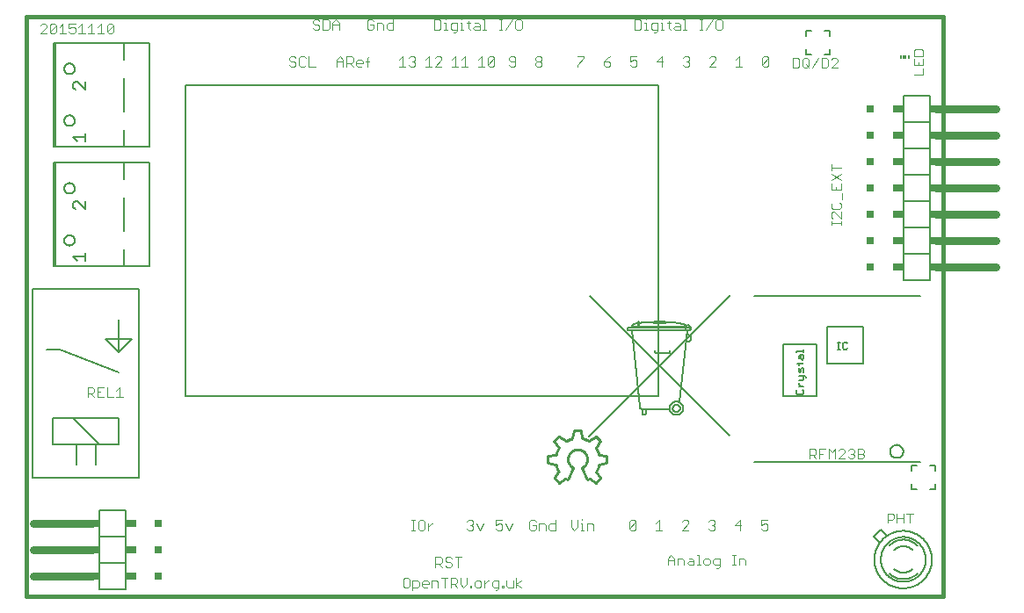
<source format=gto>
G75*
%MOIN*%
%OFA0B0*%
%FSLAX25Y25*%
%IPPOS*%
%LPD*%
%AMOC8*
5,1,8,0,0,1.08239X$1,22.5*
%
%ADD10C,0.00300*%
%ADD11C,0.01600*%
%ADD12C,0.00787*%
%ADD13C,0.01000*%
%ADD14R,0.00591X0.01181*%
%ADD15R,0.01181X0.01181*%
%ADD16C,0.00800*%
%ADD17C,0.00500*%
%ADD18C,0.00600*%
%ADD19C,0.03000*%
%ADD20R,0.02000X0.03000*%
%ADD21R,0.04000X0.03000*%
%ADD22R,0.03000X0.03000*%
D10*
X0025028Y0080713D02*
X0025028Y0084353D01*
X0026848Y0084353D01*
X0027455Y0083746D01*
X0027455Y0082533D01*
X0026848Y0081926D01*
X0025028Y0081926D01*
X0026242Y0081926D02*
X0027455Y0080713D01*
X0028653Y0080713D02*
X0031080Y0080713D01*
X0032278Y0080713D02*
X0034705Y0080713D01*
X0035904Y0080713D02*
X0038330Y0080713D01*
X0037117Y0080713D02*
X0037117Y0084353D01*
X0035904Y0083140D01*
X0032278Y0084353D02*
X0032278Y0080713D01*
X0029867Y0082533D02*
X0028653Y0082533D01*
X0028653Y0084353D02*
X0028653Y0080713D01*
X0028653Y0084353D02*
X0031080Y0084353D01*
X0147910Y0033853D02*
X0149145Y0033853D01*
X0148527Y0033853D02*
X0148527Y0030150D01*
X0147910Y0030150D02*
X0149145Y0030150D01*
X0150366Y0030767D02*
X0150983Y0030150D01*
X0152217Y0030150D01*
X0152834Y0030767D01*
X0152834Y0033236D01*
X0152217Y0033853D01*
X0150983Y0033853D01*
X0150366Y0033236D01*
X0150366Y0030767D01*
X0154049Y0030150D02*
X0154049Y0032619D01*
X0155283Y0032619D02*
X0155900Y0032619D01*
X0155283Y0032619D02*
X0154049Y0031384D01*
X0168770Y0030767D02*
X0169387Y0030150D01*
X0170622Y0030150D01*
X0171239Y0030767D01*
X0171239Y0031384D01*
X0170622Y0032002D01*
X0170004Y0032002D01*
X0170622Y0032002D02*
X0171239Y0032619D01*
X0171239Y0033236D01*
X0170622Y0033853D01*
X0169387Y0033853D01*
X0168770Y0033236D01*
X0172453Y0032619D02*
X0173688Y0030150D01*
X0174922Y0032619D01*
X0179770Y0032002D02*
X0181004Y0032619D01*
X0181622Y0032619D01*
X0182239Y0032002D01*
X0182239Y0030767D01*
X0181622Y0030150D01*
X0180387Y0030150D01*
X0179770Y0030767D01*
X0179770Y0032002D02*
X0179770Y0033853D01*
X0182239Y0033853D01*
X0183453Y0032619D02*
X0184688Y0030150D01*
X0185922Y0032619D01*
X0192490Y0033236D02*
X0192490Y0030767D01*
X0193107Y0030150D01*
X0194341Y0030150D01*
X0194959Y0030767D01*
X0194959Y0032002D01*
X0193724Y0032002D01*
X0192490Y0033236D02*
X0193107Y0033853D01*
X0194341Y0033853D01*
X0194959Y0033236D01*
X0196173Y0032619D02*
X0198024Y0032619D01*
X0198642Y0032002D01*
X0198642Y0030150D01*
X0199856Y0030767D02*
X0199856Y0032002D01*
X0200473Y0032619D01*
X0202325Y0032619D01*
X0202325Y0033853D02*
X0202325Y0030150D01*
X0200473Y0030150D01*
X0199856Y0030767D01*
X0196173Y0030150D02*
X0196173Y0032619D01*
X0208270Y0033853D02*
X0208270Y0031384D01*
X0209504Y0030150D01*
X0210739Y0031384D01*
X0210739Y0033853D01*
X0211953Y0032619D02*
X0212570Y0032619D01*
X0212570Y0030150D01*
X0211953Y0030150D02*
X0213188Y0030150D01*
X0214409Y0030150D02*
X0214409Y0032619D01*
X0216260Y0032619D01*
X0216877Y0032002D01*
X0216877Y0030150D01*
X0212570Y0033853D02*
X0212570Y0034470D01*
X0230450Y0033236D02*
X0230450Y0030767D01*
X0232919Y0033236D01*
X0232919Y0030767D01*
X0232302Y0030150D01*
X0231067Y0030150D01*
X0230450Y0030767D01*
X0230450Y0033236D02*
X0231067Y0033853D01*
X0232302Y0033853D01*
X0232919Y0033236D01*
X0240450Y0032619D02*
X0241684Y0033853D01*
X0241684Y0030150D01*
X0240450Y0030150D02*
X0242919Y0030150D01*
X0250450Y0030150D02*
X0252919Y0032619D01*
X0252919Y0033236D01*
X0252302Y0033853D01*
X0251067Y0033853D01*
X0250450Y0033236D01*
X0250450Y0030150D02*
X0252919Y0030150D01*
X0260450Y0030767D02*
X0261067Y0030150D01*
X0262302Y0030150D01*
X0262919Y0030767D01*
X0262919Y0031384D01*
X0262302Y0032002D01*
X0261684Y0032002D01*
X0262302Y0032002D02*
X0262919Y0032619D01*
X0262919Y0033236D01*
X0262302Y0033853D01*
X0261067Y0033853D01*
X0260450Y0033236D01*
X0270450Y0032002D02*
X0272919Y0032002D01*
X0272302Y0033853D02*
X0270450Y0032002D01*
X0272302Y0033853D02*
X0272302Y0030150D01*
X0280450Y0030767D02*
X0281067Y0030150D01*
X0282302Y0030150D01*
X0282919Y0030767D01*
X0282919Y0032002D01*
X0282302Y0032619D01*
X0281684Y0032619D01*
X0280450Y0032002D01*
X0280450Y0033853D01*
X0282919Y0033853D01*
X0270778Y0020673D02*
X0269544Y0020673D01*
X0270161Y0020673D02*
X0270161Y0016970D01*
X0269544Y0016970D02*
X0270778Y0016970D01*
X0271999Y0016970D02*
X0271999Y0019439D01*
X0273851Y0019439D01*
X0274468Y0018822D01*
X0274468Y0016970D01*
X0264647Y0016970D02*
X0262795Y0016970D01*
X0262178Y0017587D01*
X0262178Y0018822D01*
X0262795Y0019439D01*
X0264647Y0019439D01*
X0264647Y0016353D01*
X0264029Y0015736D01*
X0263412Y0015736D01*
X0260963Y0017587D02*
X0260963Y0018822D01*
X0260346Y0019439D01*
X0259112Y0019439D01*
X0258495Y0018822D01*
X0258495Y0017587D01*
X0259112Y0016970D01*
X0260346Y0016970D01*
X0260963Y0017587D01*
X0257274Y0016970D02*
X0256039Y0016970D01*
X0256656Y0016970D02*
X0256656Y0020673D01*
X0256039Y0020673D01*
X0254208Y0019439D02*
X0254825Y0018822D01*
X0254825Y0016970D01*
X0252973Y0016970D01*
X0252356Y0017587D01*
X0252973Y0018204D01*
X0254825Y0018204D01*
X0254208Y0019439D02*
X0252973Y0019439D01*
X0251142Y0018822D02*
X0251142Y0016970D01*
X0251142Y0018822D02*
X0250524Y0019439D01*
X0248673Y0019439D01*
X0248673Y0016970D01*
X0247459Y0016970D02*
X0247459Y0019439D01*
X0246224Y0020673D01*
X0244990Y0019439D01*
X0244990Y0016970D01*
X0244990Y0018822D02*
X0247459Y0018822D01*
X0189308Y0010862D02*
X0187487Y0009649D01*
X0189308Y0008436D01*
X0187487Y0008436D02*
X0187487Y0012076D01*
X0186289Y0010862D02*
X0186289Y0008436D01*
X0184469Y0008436D01*
X0183862Y0009042D01*
X0183862Y0010862D01*
X0182656Y0009042D02*
X0182050Y0009042D01*
X0182050Y0008436D01*
X0182656Y0008436D01*
X0182656Y0009042D01*
X0180851Y0008436D02*
X0179031Y0008436D01*
X0178425Y0009042D01*
X0178425Y0010256D01*
X0179031Y0010862D01*
X0180851Y0010862D01*
X0180851Y0007829D01*
X0180245Y0007222D01*
X0179638Y0007222D01*
X0177224Y0010862D02*
X0176617Y0010862D01*
X0175404Y0009649D01*
X0175404Y0008436D02*
X0175404Y0010862D01*
X0174205Y0010256D02*
X0174205Y0009042D01*
X0173599Y0008436D01*
X0172385Y0008436D01*
X0171779Y0009042D01*
X0171779Y0010256D01*
X0172385Y0010862D01*
X0173599Y0010862D01*
X0174205Y0010256D01*
X0170573Y0009042D02*
X0170573Y0008436D01*
X0169966Y0008436D01*
X0169966Y0009042D01*
X0170573Y0009042D01*
X0168768Y0009649D02*
X0167554Y0008436D01*
X0166341Y0009649D01*
X0166341Y0012076D01*
X0165142Y0011469D02*
X0165142Y0010256D01*
X0164536Y0009649D01*
X0162716Y0009649D01*
X0163929Y0009649D02*
X0165142Y0008436D01*
X0162716Y0008436D02*
X0162716Y0012076D01*
X0164536Y0012076D01*
X0165142Y0011469D01*
X0161517Y0012076D02*
X0159091Y0012076D01*
X0160304Y0012076D02*
X0160304Y0008436D01*
X0157892Y0008436D02*
X0157892Y0010256D01*
X0157286Y0010862D01*
X0155465Y0010862D01*
X0155465Y0008436D01*
X0154267Y0009649D02*
X0151840Y0009649D01*
X0151840Y0010256D02*
X0152447Y0010862D01*
X0153660Y0010862D01*
X0154267Y0010256D01*
X0154267Y0009649D01*
X0153660Y0008436D02*
X0152447Y0008436D01*
X0151840Y0009042D01*
X0151840Y0010256D01*
X0150642Y0010256D02*
X0150642Y0009042D01*
X0150035Y0008436D01*
X0148215Y0008436D01*
X0148215Y0007222D02*
X0148215Y0010862D01*
X0150035Y0010862D01*
X0150642Y0010256D01*
X0147017Y0009042D02*
X0147017Y0011469D01*
X0146410Y0012076D01*
X0145197Y0012076D01*
X0144590Y0011469D01*
X0144590Y0009042D01*
X0145197Y0008436D01*
X0146410Y0008436D01*
X0147017Y0009042D01*
X0156910Y0016150D02*
X0156910Y0019853D01*
X0158762Y0019853D01*
X0159379Y0019236D01*
X0159379Y0018002D01*
X0158762Y0017384D01*
X0156910Y0017384D01*
X0158145Y0017384D02*
X0159379Y0016150D01*
X0160593Y0016767D02*
X0161211Y0016150D01*
X0162445Y0016150D01*
X0163062Y0016767D01*
X0163062Y0017384D01*
X0162445Y0018002D01*
X0161211Y0018002D01*
X0160593Y0018619D01*
X0160593Y0019236D01*
X0161211Y0019853D01*
X0162445Y0019853D01*
X0163062Y0019236D01*
X0164277Y0019853D02*
X0166745Y0019853D01*
X0165511Y0019853D02*
X0165511Y0016150D01*
X0168768Y0012076D02*
X0168768Y0009649D01*
X0298821Y0057335D02*
X0298821Y0060975D01*
X0300641Y0060975D01*
X0301248Y0060368D01*
X0301248Y0059155D01*
X0300641Y0058548D01*
X0298821Y0058548D01*
X0300035Y0058548D02*
X0301248Y0057335D01*
X0302446Y0057335D02*
X0302446Y0060975D01*
X0304873Y0060975D01*
X0306071Y0060975D02*
X0306071Y0057335D01*
X0308498Y0057335D02*
X0308498Y0060975D01*
X0307285Y0059762D01*
X0306071Y0060975D01*
X0303660Y0059155D02*
X0302446Y0059155D01*
X0309697Y0060368D02*
X0310303Y0060975D01*
X0311517Y0060975D01*
X0312123Y0060368D01*
X0312123Y0059762D01*
X0309697Y0057335D01*
X0312123Y0057335D01*
X0313322Y0057942D02*
X0313928Y0057335D01*
X0315142Y0057335D01*
X0315748Y0057942D01*
X0315748Y0058548D01*
X0315142Y0059155D01*
X0314535Y0059155D01*
X0315142Y0059155D02*
X0315748Y0059762D01*
X0315748Y0060368D01*
X0315142Y0060975D01*
X0313928Y0060975D01*
X0313322Y0060368D01*
X0316947Y0060975D02*
X0316947Y0057335D01*
X0318767Y0057335D01*
X0319374Y0057942D01*
X0319374Y0058548D01*
X0318767Y0059155D01*
X0316947Y0059155D01*
X0318767Y0059155D02*
X0319374Y0059762D01*
X0319374Y0060368D01*
X0318767Y0060975D01*
X0316947Y0060975D01*
X0328289Y0036467D02*
X0330109Y0036467D01*
X0330716Y0035860D01*
X0330716Y0034647D01*
X0330109Y0034040D01*
X0328289Y0034040D01*
X0328289Y0032827D02*
X0328289Y0036467D01*
X0331914Y0036467D02*
X0331914Y0032827D01*
X0331914Y0034647D02*
X0334341Y0034647D01*
X0334341Y0036467D02*
X0334341Y0032827D01*
X0336752Y0032827D02*
X0336752Y0036467D01*
X0335539Y0036467D02*
X0337966Y0036467D01*
X0310587Y0145982D02*
X0310587Y0147196D01*
X0310587Y0146589D02*
X0306947Y0146589D01*
X0306947Y0145982D02*
X0306947Y0147196D01*
X0307554Y0148399D02*
X0306947Y0149006D01*
X0306947Y0150219D01*
X0307554Y0150826D01*
X0308160Y0150826D01*
X0310587Y0148399D01*
X0310587Y0150826D01*
X0309980Y0152024D02*
X0307554Y0152024D01*
X0306947Y0152631D01*
X0306947Y0153844D01*
X0307554Y0154451D01*
X0309980Y0154451D02*
X0310587Y0153844D01*
X0310587Y0152631D01*
X0309980Y0152024D01*
X0311194Y0155649D02*
X0311194Y0158076D01*
X0310587Y0159275D02*
X0306947Y0159275D01*
X0306947Y0161701D01*
X0306947Y0162900D02*
X0310587Y0165326D01*
X0310587Y0167738D02*
X0306947Y0167738D01*
X0306947Y0166525D02*
X0306947Y0168952D01*
X0306947Y0165326D02*
X0310587Y0162900D01*
X0310587Y0161701D02*
X0310587Y0159275D01*
X0308767Y0159275D02*
X0308767Y0160488D01*
X0338254Y0202899D02*
X0341894Y0202899D01*
X0341894Y0205326D01*
X0341894Y0206524D02*
X0338254Y0206524D01*
X0338254Y0208951D01*
X0338254Y0210149D02*
X0338254Y0211969D01*
X0338860Y0212576D01*
X0341287Y0212576D01*
X0341894Y0211969D01*
X0341894Y0210149D01*
X0338254Y0210149D01*
X0340074Y0207737D02*
X0340074Y0206524D01*
X0341894Y0206524D02*
X0341894Y0208951D01*
X0309377Y0208683D02*
X0309377Y0208077D01*
X0306951Y0205650D01*
X0309377Y0205650D01*
X0305752Y0206257D02*
X0305752Y0208683D01*
X0305145Y0209290D01*
X0303325Y0209290D01*
X0303325Y0205650D01*
X0305145Y0205650D01*
X0305752Y0206257D01*
X0306951Y0208683D02*
X0307557Y0209290D01*
X0308771Y0209290D01*
X0309377Y0208683D01*
X0302127Y0209290D02*
X0299700Y0205650D01*
X0298502Y0205650D02*
X0297288Y0206863D01*
X0296682Y0205650D02*
X0296075Y0206257D01*
X0296075Y0208683D01*
X0296682Y0209290D01*
X0297895Y0209290D01*
X0298502Y0208683D01*
X0298502Y0206257D01*
X0297895Y0205650D01*
X0296682Y0205650D01*
X0294877Y0206257D02*
X0294877Y0208683D01*
X0294270Y0209290D01*
X0292450Y0209290D01*
X0292450Y0205650D01*
X0294270Y0205650D01*
X0294877Y0206257D01*
X0283236Y0206767D02*
X0282618Y0206150D01*
X0281384Y0206150D01*
X0280767Y0206767D01*
X0283236Y0209236D01*
X0283236Y0206767D01*
X0283236Y0209236D02*
X0282618Y0209853D01*
X0281384Y0209853D01*
X0280767Y0209236D01*
X0280767Y0206767D01*
X0273236Y0206150D02*
X0270767Y0206150D01*
X0272001Y0206150D02*
X0272001Y0209853D01*
X0270767Y0208619D01*
X0263236Y0208619D02*
X0260767Y0206150D01*
X0263236Y0206150D01*
X0263236Y0208619D02*
X0263236Y0209236D01*
X0262618Y0209853D01*
X0261384Y0209853D01*
X0260767Y0209236D01*
X0253236Y0209236D02*
X0253236Y0208619D01*
X0252618Y0208002D01*
X0253236Y0207384D01*
X0253236Y0206767D01*
X0252618Y0206150D01*
X0251384Y0206150D01*
X0250767Y0206767D01*
X0252001Y0208002D02*
X0252618Y0208002D01*
X0253236Y0209236D02*
X0252618Y0209853D01*
X0251384Y0209853D01*
X0250767Y0209236D01*
X0243236Y0208002D02*
X0240767Y0208002D01*
X0242618Y0209853D01*
X0242618Y0206150D01*
X0233236Y0206767D02*
X0232618Y0206150D01*
X0231384Y0206150D01*
X0230767Y0206767D01*
X0230767Y0208002D02*
X0232001Y0208619D01*
X0232618Y0208619D01*
X0233236Y0208002D01*
X0233236Y0206767D01*
X0230767Y0208002D02*
X0230767Y0209853D01*
X0233236Y0209853D01*
X0223236Y0209853D02*
X0222001Y0209236D01*
X0220767Y0208002D01*
X0222618Y0208002D01*
X0223236Y0207384D01*
X0223236Y0206767D01*
X0222618Y0206150D01*
X0221384Y0206150D01*
X0220767Y0206767D01*
X0220767Y0208002D01*
X0213236Y0209236D02*
X0210767Y0206767D01*
X0210767Y0206150D01*
X0210767Y0209853D02*
X0213236Y0209853D01*
X0213236Y0209236D01*
X0197236Y0209236D02*
X0197236Y0208619D01*
X0196618Y0208002D01*
X0195384Y0208002D01*
X0194767Y0208619D01*
X0194767Y0209236D01*
X0195384Y0209853D01*
X0196618Y0209853D01*
X0197236Y0209236D01*
X0196618Y0208002D02*
X0197236Y0207384D01*
X0197236Y0206767D01*
X0196618Y0206150D01*
X0195384Y0206150D01*
X0194767Y0206767D01*
X0194767Y0207384D01*
X0195384Y0208002D01*
X0187236Y0208002D02*
X0185384Y0208002D01*
X0184767Y0208619D01*
X0184767Y0209236D01*
X0185384Y0209853D01*
X0186618Y0209853D01*
X0187236Y0209236D01*
X0187236Y0206767D01*
X0186618Y0206150D01*
X0185384Y0206150D01*
X0184767Y0206767D01*
X0179236Y0206767D02*
X0178618Y0206150D01*
X0177384Y0206150D01*
X0176767Y0206767D01*
X0179236Y0209236D01*
X0179236Y0206767D01*
X0179236Y0209236D02*
X0178618Y0209853D01*
X0177384Y0209853D01*
X0176767Y0209236D01*
X0176767Y0206767D01*
X0175552Y0206150D02*
X0173084Y0206150D01*
X0174318Y0206150D02*
X0174318Y0209853D01*
X0173084Y0208619D01*
X0169236Y0206150D02*
X0166767Y0206150D01*
X0165552Y0206150D02*
X0163084Y0206150D01*
X0164318Y0206150D02*
X0164318Y0209853D01*
X0163084Y0208619D01*
X0166767Y0208619D02*
X0168001Y0209853D01*
X0168001Y0206150D01*
X0159236Y0206150D02*
X0156767Y0206150D01*
X0159236Y0208619D01*
X0159236Y0209236D01*
X0158618Y0209853D01*
X0157384Y0209853D01*
X0156767Y0209236D01*
X0154318Y0209853D02*
X0153084Y0208619D01*
X0154318Y0209853D02*
X0154318Y0206150D01*
X0153084Y0206150D02*
X0155552Y0206150D01*
X0149236Y0206767D02*
X0148618Y0206150D01*
X0147384Y0206150D01*
X0146767Y0206767D01*
X0145552Y0206150D02*
X0143084Y0206150D01*
X0144318Y0206150D02*
X0144318Y0209853D01*
X0143084Y0208619D01*
X0146767Y0209236D02*
X0147384Y0209853D01*
X0148618Y0209853D01*
X0149236Y0209236D01*
X0149236Y0208619D01*
X0148618Y0208002D01*
X0149236Y0207384D01*
X0149236Y0206767D01*
X0148618Y0208002D02*
X0148001Y0208002D01*
X0131734Y0208002D02*
X0130499Y0208002D01*
X0129285Y0208002D02*
X0129285Y0207384D01*
X0126816Y0207384D01*
X0126816Y0206767D02*
X0126816Y0208002D01*
X0127433Y0208619D01*
X0128668Y0208619D01*
X0129285Y0208002D01*
X0128668Y0206150D02*
X0127433Y0206150D01*
X0126816Y0206767D01*
X0125602Y0206150D02*
X0124368Y0207384D01*
X0124985Y0207384D02*
X0123133Y0207384D01*
X0123133Y0206150D02*
X0123133Y0209853D01*
X0124985Y0209853D01*
X0125602Y0209236D01*
X0125602Y0208002D01*
X0124985Y0207384D01*
X0121919Y0208002D02*
X0119450Y0208002D01*
X0119450Y0208619D02*
X0120684Y0209853D01*
X0121919Y0208619D01*
X0121919Y0206150D01*
X0119450Y0206150D02*
X0119450Y0208619D01*
X0111285Y0206150D02*
X0108816Y0206150D01*
X0108816Y0209853D01*
X0107602Y0209236D02*
X0106985Y0209853D01*
X0105750Y0209853D01*
X0105133Y0209236D01*
X0105133Y0206767D01*
X0105750Y0206150D01*
X0106985Y0206150D01*
X0107602Y0206767D01*
X0103919Y0206767D02*
X0103302Y0206150D01*
X0102067Y0206150D01*
X0101450Y0206767D01*
X0102067Y0208002D02*
X0103302Y0208002D01*
X0103919Y0207384D01*
X0103919Y0206767D01*
X0102067Y0208002D02*
X0101450Y0208619D01*
X0101450Y0209236D01*
X0102067Y0209853D01*
X0103302Y0209853D01*
X0103919Y0209236D01*
X0111067Y0220150D02*
X0110450Y0220767D01*
X0111067Y0220150D02*
X0112302Y0220150D01*
X0112919Y0220767D01*
X0112919Y0221384D01*
X0112302Y0222002D01*
X0111067Y0222002D01*
X0110450Y0222619D01*
X0110450Y0223236D01*
X0111067Y0223853D01*
X0112302Y0223853D01*
X0112919Y0223236D01*
X0114133Y0223853D02*
X0115985Y0223853D01*
X0116602Y0223236D01*
X0116602Y0220767D01*
X0115985Y0220150D01*
X0114133Y0220150D01*
X0114133Y0223853D01*
X0117816Y0222619D02*
X0117816Y0220150D01*
X0117816Y0222002D02*
X0120285Y0222002D01*
X0120285Y0222619D02*
X0120285Y0220150D01*
X0120285Y0222619D02*
X0119051Y0223853D01*
X0117816Y0222619D01*
X0130950Y0223236D02*
X0130950Y0220767D01*
X0131567Y0220150D01*
X0132802Y0220150D01*
X0133419Y0220767D01*
X0133419Y0222002D01*
X0132184Y0222002D01*
X0130950Y0223236D02*
X0131567Y0223853D01*
X0132802Y0223853D01*
X0133419Y0223236D01*
X0134633Y0222619D02*
X0134633Y0220150D01*
X0134633Y0222619D02*
X0136485Y0222619D01*
X0137102Y0222002D01*
X0137102Y0220150D01*
X0138316Y0220767D02*
X0138316Y0222002D01*
X0138933Y0222619D01*
X0140785Y0222619D01*
X0140785Y0223853D02*
X0140785Y0220150D01*
X0138933Y0220150D01*
X0138316Y0220767D01*
X0131734Y0209853D02*
X0131117Y0209236D01*
X0131117Y0206150D01*
X0156450Y0220150D02*
X0158302Y0220150D01*
X0158919Y0220767D01*
X0158919Y0223236D01*
X0158302Y0223853D01*
X0156450Y0223853D01*
X0156450Y0220150D01*
X0160133Y0220150D02*
X0161368Y0220150D01*
X0160750Y0220150D02*
X0160750Y0222619D01*
X0160133Y0222619D01*
X0160750Y0223853D02*
X0160750Y0224470D01*
X0163206Y0222619D02*
X0162589Y0222002D01*
X0162589Y0220767D01*
X0163206Y0220150D01*
X0165057Y0220150D01*
X0165057Y0219533D02*
X0165057Y0222619D01*
X0163206Y0222619D01*
X0166272Y0222619D02*
X0166889Y0222619D01*
X0166889Y0220150D01*
X0166272Y0220150D02*
X0167506Y0220150D01*
X0169344Y0220767D02*
X0169962Y0220150D01*
X0169344Y0220767D02*
X0169344Y0223236D01*
X0168727Y0222619D02*
X0169962Y0222619D01*
X0171800Y0222619D02*
X0173034Y0222619D01*
X0173651Y0222002D01*
X0173651Y0220150D01*
X0171800Y0220150D01*
X0171183Y0220767D01*
X0171800Y0221384D01*
X0173651Y0221384D01*
X0174866Y0220150D02*
X0176100Y0220150D01*
X0175483Y0220150D02*
X0175483Y0223853D01*
X0174866Y0223853D01*
X0181004Y0223853D02*
X0182239Y0223853D01*
X0181621Y0223853D02*
X0181621Y0220150D01*
X0181004Y0220150D02*
X0182239Y0220150D01*
X0183460Y0220150D02*
X0185928Y0223853D01*
X0187143Y0223236D02*
X0187143Y0220767D01*
X0187760Y0220150D01*
X0188994Y0220150D01*
X0189612Y0220767D01*
X0189612Y0223236D01*
X0188994Y0223853D01*
X0187760Y0223853D01*
X0187143Y0223236D01*
X0166889Y0223853D02*
X0166889Y0224470D01*
X0165057Y0219533D02*
X0164440Y0218916D01*
X0163823Y0218916D01*
X0232450Y0220150D02*
X0234302Y0220150D01*
X0234919Y0220767D01*
X0234919Y0223236D01*
X0234302Y0223853D01*
X0232450Y0223853D01*
X0232450Y0220150D01*
X0236133Y0220150D02*
X0237368Y0220150D01*
X0236750Y0220150D02*
X0236750Y0222619D01*
X0236133Y0222619D01*
X0236750Y0223853D02*
X0236750Y0224470D01*
X0239206Y0222619D02*
X0238589Y0222002D01*
X0238589Y0220767D01*
X0239206Y0220150D01*
X0241057Y0220150D01*
X0241057Y0219533D02*
X0241057Y0222619D01*
X0239206Y0222619D01*
X0242272Y0222619D02*
X0242889Y0222619D01*
X0242889Y0220150D01*
X0242272Y0220150D02*
X0243506Y0220150D01*
X0245344Y0220767D02*
X0245962Y0220150D01*
X0245344Y0220767D02*
X0245344Y0223236D01*
X0244727Y0222619D02*
X0245962Y0222619D01*
X0247800Y0222619D02*
X0249034Y0222619D01*
X0249651Y0222002D01*
X0249651Y0220150D01*
X0247800Y0220150D01*
X0247183Y0220767D01*
X0247800Y0221384D01*
X0249651Y0221384D01*
X0250866Y0220150D02*
X0252100Y0220150D01*
X0251483Y0220150D02*
X0251483Y0223853D01*
X0250866Y0223853D01*
X0257004Y0223853D02*
X0258239Y0223853D01*
X0257621Y0223853D02*
X0257621Y0220150D01*
X0257004Y0220150D02*
X0258239Y0220150D01*
X0259460Y0220150D02*
X0261928Y0223853D01*
X0263143Y0223236D02*
X0263143Y0220767D01*
X0263760Y0220150D01*
X0264994Y0220150D01*
X0265612Y0220767D01*
X0265612Y0223236D01*
X0264994Y0223853D01*
X0263760Y0223853D01*
X0263143Y0223236D01*
X0242889Y0223853D02*
X0242889Y0224470D01*
X0241057Y0219533D02*
X0240440Y0218916D01*
X0239823Y0218916D01*
X0034811Y0219335D02*
X0034204Y0218728D01*
X0032991Y0218728D01*
X0032384Y0219335D01*
X0034811Y0221761D01*
X0034811Y0219335D01*
X0034811Y0221761D02*
X0034204Y0222368D01*
X0032991Y0222368D01*
X0032384Y0221761D01*
X0032384Y0219335D01*
X0031186Y0218728D02*
X0028759Y0218728D01*
X0027560Y0218728D02*
X0025134Y0218728D01*
X0023935Y0218728D02*
X0021509Y0218728D01*
X0022722Y0218728D02*
X0022722Y0222368D01*
X0021509Y0221155D01*
X0020310Y0220548D02*
X0020310Y0219335D01*
X0019703Y0218728D01*
X0018490Y0218728D01*
X0017883Y0219335D01*
X0017883Y0220548D02*
X0019097Y0221155D01*
X0019703Y0221155D01*
X0020310Y0220548D01*
X0020310Y0222368D02*
X0017883Y0222368D01*
X0017883Y0220548D01*
X0016685Y0218728D02*
X0014258Y0218728D01*
X0015472Y0218728D02*
X0015472Y0222368D01*
X0014258Y0221155D01*
X0013060Y0221761D02*
X0010633Y0219335D01*
X0011240Y0218728D01*
X0012453Y0218728D01*
X0013060Y0219335D01*
X0013060Y0221761D01*
X0012453Y0222368D01*
X0011240Y0222368D01*
X0010633Y0221761D01*
X0010633Y0219335D01*
X0009435Y0218728D02*
X0007008Y0218728D01*
X0009435Y0221155D01*
X0009435Y0221761D01*
X0008828Y0222368D01*
X0007615Y0222368D01*
X0007008Y0221761D01*
X0025134Y0221155D02*
X0026347Y0222368D01*
X0026347Y0218728D01*
X0028759Y0221155D02*
X0029972Y0222368D01*
X0029972Y0218728D01*
D11*
X0001800Y0005000D02*
X0349300Y0005000D01*
X0349300Y0225000D01*
X0001800Y0225000D01*
X0001800Y0005000D01*
D12*
X0215087Y0065697D02*
X0268631Y0119241D01*
X0253769Y0106937D02*
X0253769Y0106839D01*
X0253769Y0106937D02*
X0230343Y0106937D01*
X0230245Y0106937D01*
X0230146Y0106937D01*
X0230245Y0106937D02*
X0230343Y0106937D01*
X0230146Y0106937D02*
X0230113Y0106935D01*
X0230080Y0106930D01*
X0230049Y0106920D01*
X0230018Y0106908D01*
X0229989Y0106892D01*
X0229962Y0106873D01*
X0229937Y0106851D01*
X0229915Y0106826D01*
X0229896Y0106799D01*
X0229880Y0106770D01*
X0229868Y0106739D01*
X0229858Y0106708D01*
X0229853Y0106675D01*
X0229851Y0106642D01*
X0229851Y0106445D01*
X0229851Y0106150D01*
X0229853Y0106124D01*
X0229858Y0106099D01*
X0229866Y0106075D01*
X0229877Y0106052D01*
X0229892Y0106030D01*
X0229909Y0106011D01*
X0229928Y0105994D01*
X0229950Y0105979D01*
X0229973Y0105968D01*
X0229997Y0105960D01*
X0230022Y0105955D01*
X0230048Y0105953D01*
X0231623Y0105953D01*
X0240087Y0105953D01*
X0248158Y0105953D01*
X0252883Y0105953D01*
X0252292Y0105855D02*
X0249536Y0078689D01*
X0246879Y0076426D02*
X0246881Y0076500D01*
X0246887Y0076574D01*
X0246897Y0076647D01*
X0246911Y0076720D01*
X0246928Y0076792D01*
X0246950Y0076862D01*
X0246975Y0076932D01*
X0247004Y0077000D01*
X0247037Y0077066D01*
X0247073Y0077131D01*
X0247113Y0077193D01*
X0247155Y0077254D01*
X0247201Y0077312D01*
X0247250Y0077367D01*
X0247302Y0077420D01*
X0247357Y0077470D01*
X0247414Y0077516D01*
X0247474Y0077560D01*
X0247536Y0077600D01*
X0247600Y0077637D01*
X0247666Y0077671D01*
X0247734Y0077701D01*
X0247803Y0077727D01*
X0247874Y0077750D01*
X0247945Y0077768D01*
X0248018Y0077783D01*
X0248091Y0077794D01*
X0248165Y0077801D01*
X0248239Y0077804D01*
X0248312Y0077803D01*
X0248386Y0077798D01*
X0248460Y0077789D01*
X0248533Y0077776D01*
X0248605Y0077759D01*
X0248676Y0077739D01*
X0248746Y0077714D01*
X0248814Y0077686D01*
X0248881Y0077655D01*
X0248946Y0077619D01*
X0249009Y0077581D01*
X0249070Y0077539D01*
X0249129Y0077493D01*
X0249185Y0077445D01*
X0249238Y0077394D01*
X0249288Y0077340D01*
X0249336Y0077283D01*
X0249380Y0077224D01*
X0249422Y0077162D01*
X0249460Y0077099D01*
X0249494Y0077033D01*
X0249525Y0076966D01*
X0249552Y0076897D01*
X0249575Y0076827D01*
X0249595Y0076756D01*
X0249611Y0076683D01*
X0249623Y0076610D01*
X0249631Y0076537D01*
X0249635Y0076463D01*
X0249635Y0076389D01*
X0249631Y0076315D01*
X0249623Y0076242D01*
X0249611Y0076169D01*
X0249595Y0076096D01*
X0249575Y0076025D01*
X0249552Y0075955D01*
X0249525Y0075886D01*
X0249494Y0075819D01*
X0249460Y0075753D01*
X0249422Y0075690D01*
X0249380Y0075628D01*
X0249336Y0075569D01*
X0249288Y0075512D01*
X0249238Y0075458D01*
X0249185Y0075407D01*
X0249129Y0075359D01*
X0249070Y0075313D01*
X0249009Y0075271D01*
X0248946Y0075233D01*
X0248881Y0075197D01*
X0248814Y0075166D01*
X0248746Y0075138D01*
X0248676Y0075113D01*
X0248605Y0075093D01*
X0248533Y0075076D01*
X0248460Y0075063D01*
X0248386Y0075054D01*
X0248312Y0075049D01*
X0248239Y0075048D01*
X0248165Y0075051D01*
X0248091Y0075058D01*
X0248018Y0075069D01*
X0247945Y0075084D01*
X0247874Y0075102D01*
X0247803Y0075125D01*
X0247734Y0075151D01*
X0247666Y0075181D01*
X0247600Y0075215D01*
X0247536Y0075252D01*
X0247474Y0075292D01*
X0247414Y0075336D01*
X0247357Y0075382D01*
X0247302Y0075432D01*
X0247250Y0075485D01*
X0247201Y0075540D01*
X0247155Y0075598D01*
X0247113Y0075659D01*
X0247073Y0075721D01*
X0247037Y0075786D01*
X0247004Y0075852D01*
X0246975Y0075920D01*
X0246950Y0075990D01*
X0246928Y0076060D01*
X0246911Y0076132D01*
X0246897Y0076205D01*
X0246887Y0076278D01*
X0246881Y0076352D01*
X0246879Y0076426D01*
X0245599Y0076130D02*
X0235658Y0076032D01*
X0235363Y0075835D02*
X0235363Y0074556D01*
X0235365Y0074510D01*
X0235370Y0074464D01*
X0235379Y0074418D01*
X0235392Y0074373D01*
X0235408Y0074330D01*
X0235427Y0074288D01*
X0235450Y0074247D01*
X0235476Y0074209D01*
X0235505Y0074172D01*
X0235536Y0074138D01*
X0235570Y0074107D01*
X0235607Y0074078D01*
X0235645Y0074052D01*
X0235686Y0074029D01*
X0235728Y0074010D01*
X0235771Y0073994D01*
X0235816Y0073981D01*
X0235862Y0073972D01*
X0235908Y0073967D01*
X0235954Y0073965D01*
X0236150Y0073965D01*
X0236193Y0073967D01*
X0236235Y0073972D01*
X0236277Y0073982D01*
X0236318Y0073995D01*
X0236358Y0074011D01*
X0236396Y0074031D01*
X0236432Y0074054D01*
X0236466Y0074080D01*
X0236498Y0074109D01*
X0236527Y0074141D01*
X0236553Y0074175D01*
X0236576Y0074211D01*
X0236596Y0074249D01*
X0236612Y0074289D01*
X0236625Y0074330D01*
X0236635Y0074372D01*
X0236640Y0074414D01*
X0236642Y0074457D01*
X0236643Y0074457D02*
X0236643Y0075835D01*
X0235068Y0076130D02*
X0235011Y0076138D01*
X0234954Y0076149D01*
X0234899Y0076164D01*
X0234845Y0076182D01*
X0234792Y0076204D01*
X0234740Y0076230D01*
X0234690Y0076258D01*
X0234643Y0076290D01*
X0234597Y0076325D01*
X0234554Y0076363D01*
X0234513Y0076404D01*
X0234475Y0076447D01*
X0234440Y0076493D01*
X0234408Y0076540D01*
X0234380Y0076590D01*
X0234354Y0076642D01*
X0234332Y0076695D01*
X0234314Y0076749D01*
X0234299Y0076804D01*
X0234288Y0076861D01*
X0234280Y0076918D01*
X0231426Y0105855D01*
X0231524Y0107233D02*
X0251898Y0107233D01*
X0252193Y0107233D02*
X0252204Y0107276D01*
X0252212Y0107319D01*
X0252216Y0107363D01*
X0252217Y0107408D01*
X0252214Y0107452D01*
X0252207Y0107495D01*
X0252196Y0107538D01*
X0252182Y0107580D01*
X0252165Y0107621D01*
X0252144Y0107660D01*
X0252120Y0107697D01*
X0252093Y0107733D01*
X0252063Y0107765D01*
X0252031Y0107796D01*
X0251996Y0107823D01*
X0251702Y0106937D02*
X0251704Y0106999D01*
X0251710Y0107062D01*
X0251720Y0107123D01*
X0251734Y0107184D01*
X0251751Y0107244D01*
X0251772Y0107303D01*
X0251798Y0107360D01*
X0251826Y0107415D01*
X0251858Y0107469D01*
X0251894Y0107520D01*
X0251932Y0107570D01*
X0251974Y0107616D01*
X0252018Y0107660D01*
X0252066Y0107701D01*
X0252115Y0107739D01*
X0252167Y0107773D01*
X0252221Y0107804D01*
X0252277Y0107832D01*
X0252335Y0107856D01*
X0252394Y0107877D01*
X0252454Y0107893D01*
X0252515Y0107906D01*
X0252577Y0107915D01*
X0252639Y0107920D01*
X0252702Y0107921D01*
X0252764Y0107918D01*
X0252826Y0107911D01*
X0252888Y0107900D01*
X0252948Y0107885D01*
X0253008Y0107867D01*
X0253066Y0107845D01*
X0253123Y0107819D01*
X0253178Y0107789D01*
X0253231Y0107756D01*
X0253282Y0107720D01*
X0253330Y0107681D01*
X0253376Y0107638D01*
X0253419Y0107593D01*
X0253459Y0107545D01*
X0253496Y0107495D01*
X0253530Y0107442D01*
X0253561Y0107388D01*
X0253587Y0107332D01*
X0253611Y0107274D01*
X0253630Y0107214D01*
X0253646Y0107154D01*
X0253658Y0107092D01*
X0253666Y0107031D01*
X0253670Y0106968D01*
X0253670Y0106906D01*
X0253666Y0106843D01*
X0253658Y0106782D01*
X0253646Y0106720D01*
X0253630Y0106660D01*
X0253611Y0106600D01*
X0253587Y0106542D01*
X0253561Y0106486D01*
X0253530Y0106432D01*
X0253496Y0106379D01*
X0253459Y0106329D01*
X0253419Y0106281D01*
X0253376Y0106236D01*
X0253330Y0106193D01*
X0253282Y0106154D01*
X0253231Y0106118D01*
X0253178Y0106085D01*
X0253123Y0106055D01*
X0253066Y0106029D01*
X0253008Y0106007D01*
X0252948Y0105989D01*
X0252888Y0105974D01*
X0252826Y0105963D01*
X0252764Y0105956D01*
X0252702Y0105953D01*
X0252639Y0105954D01*
X0252577Y0105959D01*
X0252515Y0105968D01*
X0252454Y0105981D01*
X0252394Y0105997D01*
X0252335Y0106018D01*
X0252277Y0106042D01*
X0252221Y0106070D01*
X0252167Y0106101D01*
X0252115Y0106135D01*
X0252066Y0106173D01*
X0252018Y0106214D01*
X0251974Y0106258D01*
X0251932Y0106304D01*
X0251894Y0106354D01*
X0251858Y0106405D01*
X0251826Y0106459D01*
X0251798Y0106514D01*
X0251772Y0106571D01*
X0251751Y0106630D01*
X0251734Y0106690D01*
X0251720Y0106751D01*
X0251710Y0106812D01*
X0251704Y0106875D01*
X0251702Y0106937D01*
X0251998Y0107824D02*
X0251929Y0107871D01*
X0251859Y0107915D01*
X0251788Y0107957D01*
X0251714Y0107995D01*
X0251639Y0108031D01*
X0251563Y0108063D01*
X0251486Y0108093D01*
X0251407Y0108119D01*
X0252883Y0105953D02*
X0252941Y0105955D01*
X0252999Y0105961D01*
X0253056Y0105970D01*
X0253112Y0105983D01*
X0253168Y0106000D01*
X0253222Y0106020D01*
X0253275Y0106044D01*
X0253326Y0106072D01*
X0253375Y0106102D01*
X0253422Y0106136D01*
X0253467Y0106173D01*
X0253509Y0106213D01*
X0253549Y0106255D01*
X0253586Y0106300D01*
X0253620Y0106347D01*
X0253650Y0106396D01*
X0253678Y0106447D01*
X0253702Y0106500D01*
X0253722Y0106554D01*
X0253739Y0106610D01*
X0253752Y0106666D01*
X0253761Y0106723D01*
X0253767Y0106781D01*
X0253769Y0106839D01*
X0252686Y0104182D02*
X0252630Y0104172D01*
X0252574Y0104166D01*
X0252517Y0104162D01*
X0252461Y0104162D01*
X0252404Y0104166D01*
X0252348Y0104172D01*
X0252292Y0104182D01*
X0252686Y0104182D02*
X0252744Y0104192D01*
X0252803Y0104198D01*
X0252863Y0104200D01*
X0252922Y0104198D01*
X0252981Y0104193D01*
X0253039Y0104183D01*
X0253097Y0104170D01*
X0253154Y0104153D01*
X0253209Y0104132D01*
X0253263Y0104108D01*
X0253316Y0104080D01*
X0253366Y0104048D01*
X0253414Y0104014D01*
X0253460Y0103977D01*
X0253503Y0103936D01*
X0253544Y0103893D01*
X0253582Y0103847D01*
X0253616Y0103799D01*
X0253647Y0103749D01*
X0253675Y0103696D01*
X0253700Y0103643D01*
X0253721Y0103587D01*
X0253738Y0103530D01*
X0253752Y0103473D01*
X0253761Y0103414D01*
X0253767Y0103355D01*
X0253769Y0103296D01*
X0253769Y0102705D01*
X0253768Y0102705D02*
X0253766Y0102643D01*
X0253760Y0102582D01*
X0253751Y0102521D01*
X0253737Y0102460D01*
X0253720Y0102401D01*
X0253699Y0102343D01*
X0253674Y0102286D01*
X0253646Y0102231D01*
X0253615Y0102178D01*
X0253580Y0102127D01*
X0253542Y0102078D01*
X0253501Y0102031D01*
X0253458Y0101988D01*
X0253411Y0101947D01*
X0253362Y0101909D01*
X0253311Y0101874D01*
X0253258Y0101843D01*
X0253203Y0101815D01*
X0253146Y0101790D01*
X0253088Y0101769D01*
X0253029Y0101752D01*
X0252968Y0101738D01*
X0252907Y0101729D01*
X0252846Y0101723D01*
X0252784Y0101721D01*
X0252095Y0101721D01*
X0245796Y0098374D02*
X0245796Y0097686D01*
X0245794Y0097647D01*
X0245788Y0097609D01*
X0245779Y0097572D01*
X0245766Y0097535D01*
X0245749Y0097500D01*
X0245730Y0097467D01*
X0245707Y0097436D01*
X0245681Y0097407D01*
X0245652Y0097381D01*
X0245621Y0097358D01*
X0245588Y0097339D01*
X0245553Y0097322D01*
X0245516Y0097309D01*
X0245479Y0097300D01*
X0245441Y0097294D01*
X0245402Y0097292D01*
X0240776Y0097292D01*
X0240776Y0097291D02*
X0240730Y0097293D01*
X0240684Y0097298D01*
X0240638Y0097307D01*
X0240593Y0097320D01*
X0240550Y0097336D01*
X0240508Y0097355D01*
X0240467Y0097378D01*
X0240429Y0097404D01*
X0240392Y0097433D01*
X0240358Y0097464D01*
X0240327Y0097498D01*
X0240298Y0097535D01*
X0240272Y0097573D01*
X0240249Y0097614D01*
X0240230Y0097656D01*
X0240214Y0097699D01*
X0240201Y0097744D01*
X0240192Y0097790D01*
X0240187Y0097836D01*
X0240185Y0097882D01*
X0240186Y0097882D02*
X0240186Y0098178D01*
X0240186Y0098473D01*
X0234280Y0108807D02*
X0233983Y0108768D01*
X0233687Y0108722D01*
X0233392Y0108670D01*
X0233099Y0108610D01*
X0233591Y0108414D02*
X0233690Y0107430D01*
X0231918Y0108218D02*
X0231867Y0108192D01*
X0231818Y0108164D01*
X0231771Y0108132D01*
X0231727Y0108097D01*
X0231684Y0108060D01*
X0231644Y0108020D01*
X0231607Y0107977D01*
X0231572Y0107932D01*
X0231541Y0107885D01*
X0231512Y0107837D01*
X0231487Y0107786D01*
X0231465Y0107734D01*
X0231446Y0107680D01*
X0231431Y0107626D01*
X0231419Y0107570D01*
X0231411Y0107514D01*
X0231407Y0107458D01*
X0231406Y0107401D01*
X0231409Y0107345D01*
X0231415Y0107289D01*
X0231425Y0107233D01*
X0233591Y0109005D02*
X0233596Y0109035D01*
X0233605Y0109064D01*
X0233617Y0109091D01*
X0233632Y0109118D01*
X0233650Y0109142D01*
X0233671Y0109163D01*
X0233695Y0109182D01*
X0233721Y0109198D01*
X0233748Y0109210D01*
X0233777Y0109220D01*
X0233807Y0109225D01*
X0233837Y0109227D01*
X0233867Y0109225D01*
X0233897Y0109220D01*
X0233926Y0109210D01*
X0233953Y0109198D01*
X0233979Y0109182D01*
X0234003Y0109163D01*
X0234024Y0109142D01*
X0234042Y0109118D01*
X0234057Y0109091D01*
X0234069Y0109064D01*
X0234078Y0109035D01*
X0234083Y0109005D01*
X0233592Y0109004D02*
X0233584Y0108906D01*
X0233579Y0108808D01*
X0233577Y0108709D01*
X0233579Y0108610D01*
X0233584Y0108512D01*
X0233592Y0108414D01*
X0233100Y0108610D02*
X0232964Y0108580D01*
X0232830Y0108546D01*
X0232697Y0108509D01*
X0232564Y0108468D01*
X0232433Y0108424D01*
X0232302Y0108377D01*
X0232173Y0108327D01*
X0232045Y0108273D01*
X0231919Y0108217D01*
X0234083Y0107528D02*
X0234098Y0107691D01*
X0234109Y0107855D01*
X0234116Y0108020D01*
X0234120Y0108184D01*
X0234120Y0108348D01*
X0234116Y0108512D01*
X0234109Y0108677D01*
X0234098Y0108841D01*
X0234083Y0109004D01*
X0239202Y0109103D02*
X0239694Y0109103D01*
X0239694Y0109398D02*
X0239694Y0108611D01*
X0244221Y0108611D01*
X0244221Y0109398D01*
X0239694Y0109398D01*
X0244320Y0109103D02*
X0246190Y0109004D01*
X0249438Y0108611D02*
X0249836Y0108530D01*
X0250232Y0108441D01*
X0250626Y0108342D01*
X0251017Y0108235D01*
X0251407Y0108119D01*
X0249437Y0108611D02*
X0248900Y0108707D01*
X0248361Y0108791D01*
X0247820Y0108863D01*
X0247278Y0108923D01*
X0246734Y0108970D01*
X0246189Y0109005D01*
X0215284Y0119044D02*
X0268434Y0065894D01*
X0245698Y0076426D02*
X0245700Y0076527D01*
X0245706Y0076628D01*
X0245716Y0076729D01*
X0245730Y0076829D01*
X0245748Y0076928D01*
X0245770Y0077027D01*
X0245795Y0077125D01*
X0245825Y0077222D01*
X0245858Y0077317D01*
X0245895Y0077411D01*
X0245936Y0077504D01*
X0245980Y0077595D01*
X0246028Y0077684D01*
X0246080Y0077771D01*
X0246135Y0077856D01*
X0246193Y0077938D01*
X0246254Y0078019D01*
X0246319Y0078097D01*
X0246386Y0078172D01*
X0246456Y0078244D01*
X0246530Y0078314D01*
X0246606Y0078381D01*
X0246684Y0078445D01*
X0246765Y0078505D01*
X0246848Y0078562D01*
X0246934Y0078616D01*
X0247022Y0078667D01*
X0247111Y0078714D01*
X0247202Y0078758D01*
X0247295Y0078797D01*
X0247390Y0078834D01*
X0247485Y0078866D01*
X0247582Y0078895D01*
X0247681Y0078919D01*
X0247779Y0078940D01*
X0247879Y0078957D01*
X0247979Y0078970D01*
X0248080Y0078979D01*
X0248181Y0078984D01*
X0248282Y0078985D01*
X0248383Y0078982D01*
X0248484Y0078975D01*
X0248585Y0078964D01*
X0248685Y0078949D01*
X0248784Y0078930D01*
X0248883Y0078907D01*
X0248980Y0078881D01*
X0249077Y0078850D01*
X0249172Y0078816D01*
X0249265Y0078778D01*
X0249358Y0078736D01*
X0249448Y0078691D01*
X0249537Y0078642D01*
X0249623Y0078590D01*
X0249707Y0078534D01*
X0249790Y0078475D01*
X0249869Y0078413D01*
X0249947Y0078348D01*
X0250021Y0078280D01*
X0250093Y0078208D01*
X0250162Y0078135D01*
X0250228Y0078058D01*
X0250291Y0077979D01*
X0250351Y0077897D01*
X0250407Y0077813D01*
X0250460Y0077727D01*
X0250510Y0077639D01*
X0250556Y0077549D01*
X0250599Y0077458D01*
X0250638Y0077364D01*
X0250673Y0077269D01*
X0250704Y0077173D01*
X0250732Y0077076D01*
X0250756Y0076978D01*
X0250776Y0076879D01*
X0250792Y0076779D01*
X0250804Y0076678D01*
X0250812Y0076578D01*
X0250816Y0076477D01*
X0250816Y0076375D01*
X0250812Y0076274D01*
X0250804Y0076174D01*
X0250792Y0076073D01*
X0250776Y0075973D01*
X0250756Y0075874D01*
X0250732Y0075776D01*
X0250704Y0075679D01*
X0250673Y0075583D01*
X0250638Y0075488D01*
X0250599Y0075394D01*
X0250556Y0075303D01*
X0250510Y0075213D01*
X0250460Y0075125D01*
X0250407Y0075039D01*
X0250351Y0074955D01*
X0250291Y0074873D01*
X0250228Y0074794D01*
X0250162Y0074717D01*
X0250093Y0074644D01*
X0250021Y0074572D01*
X0249947Y0074504D01*
X0249869Y0074439D01*
X0249790Y0074377D01*
X0249707Y0074318D01*
X0249623Y0074262D01*
X0249536Y0074210D01*
X0249448Y0074161D01*
X0249358Y0074116D01*
X0249265Y0074074D01*
X0249172Y0074036D01*
X0249077Y0074002D01*
X0248980Y0073971D01*
X0248883Y0073945D01*
X0248784Y0073922D01*
X0248685Y0073903D01*
X0248585Y0073888D01*
X0248484Y0073877D01*
X0248383Y0073870D01*
X0248282Y0073867D01*
X0248181Y0073868D01*
X0248080Y0073873D01*
X0247979Y0073882D01*
X0247879Y0073895D01*
X0247779Y0073912D01*
X0247681Y0073933D01*
X0247582Y0073957D01*
X0247485Y0073986D01*
X0247390Y0074018D01*
X0247295Y0074055D01*
X0247202Y0074094D01*
X0247111Y0074138D01*
X0247022Y0074185D01*
X0246934Y0074236D01*
X0246848Y0074290D01*
X0246765Y0074347D01*
X0246684Y0074407D01*
X0246606Y0074471D01*
X0246530Y0074538D01*
X0246456Y0074608D01*
X0246386Y0074680D01*
X0246319Y0074755D01*
X0246254Y0074833D01*
X0246193Y0074914D01*
X0246135Y0074996D01*
X0246080Y0075081D01*
X0246028Y0075168D01*
X0245980Y0075257D01*
X0245936Y0075348D01*
X0245895Y0075441D01*
X0245858Y0075535D01*
X0245825Y0075630D01*
X0245795Y0075727D01*
X0245770Y0075825D01*
X0245748Y0075924D01*
X0245730Y0076023D01*
X0245716Y0076123D01*
X0245706Y0076224D01*
X0245700Y0076325D01*
X0245698Y0076426D01*
X0235658Y0076032D02*
X0235541Y0076058D01*
X0235423Y0076081D01*
X0235305Y0076100D01*
X0235187Y0076117D01*
X0235067Y0076130D01*
X0234281Y0108808D02*
X0235262Y0108914D01*
X0236245Y0108997D01*
X0237230Y0109056D01*
X0238215Y0109091D01*
X0239202Y0109103D01*
D13*
X0212072Y0068095D02*
X0209372Y0068095D01*
X0208872Y0064895D01*
X0206372Y0063895D02*
X0203772Y0065695D01*
X0201872Y0063895D01*
X0203672Y0061295D01*
X0202572Y0058795D02*
X0199572Y0058195D01*
X0199572Y0055595D01*
X0202572Y0055095D01*
X0203572Y0052395D02*
X0201972Y0049995D01*
X0203772Y0048095D01*
X0206172Y0049795D01*
X0207172Y0049195D01*
X0209172Y0053695D01*
X0212372Y0053695D02*
X0214272Y0049195D01*
X0215272Y0049795D01*
X0217672Y0048095D01*
X0219572Y0049995D01*
X0217872Y0052395D01*
X0218872Y0055095D02*
X0221872Y0055595D01*
X0221872Y0058195D01*
X0218872Y0058795D01*
X0217772Y0061295D02*
X0219572Y0063895D01*
X0217672Y0065695D01*
X0215072Y0063895D01*
X0212572Y0064895D02*
X0212072Y0068095D01*
X0212372Y0053795D02*
X0212479Y0053850D01*
X0212585Y0053907D01*
X0212688Y0053969D01*
X0212790Y0054033D01*
X0212889Y0054101D01*
X0212986Y0054172D01*
X0213081Y0054246D01*
X0213173Y0054323D01*
X0213263Y0054404D01*
X0213350Y0054487D01*
X0213434Y0054573D01*
X0213515Y0054661D01*
X0213593Y0054753D01*
X0213669Y0054847D01*
X0213741Y0054943D01*
X0213810Y0055041D01*
X0213876Y0055142D01*
X0213938Y0055245D01*
X0213997Y0055350D01*
X0214053Y0055456D01*
X0214105Y0055565D01*
X0214153Y0055675D01*
X0214198Y0055787D01*
X0214239Y0055900D01*
X0214276Y0056014D01*
X0214310Y0056130D01*
X0214339Y0056246D01*
X0214365Y0056364D01*
X0214387Y0056482D01*
X0214406Y0056601D01*
X0214420Y0056720D01*
X0214430Y0056840D01*
X0214437Y0056960D01*
X0214439Y0057081D01*
X0214437Y0057201D01*
X0214432Y0057321D01*
X0214423Y0057441D01*
X0214409Y0057561D01*
X0214392Y0057680D01*
X0214371Y0057798D01*
X0214346Y0057916D01*
X0214317Y0058033D01*
X0214284Y0058148D01*
X0214248Y0058263D01*
X0214208Y0058376D01*
X0214164Y0058488D01*
X0214116Y0058599D01*
X0214065Y0058708D01*
X0214011Y0058815D01*
X0213952Y0058920D01*
X0213891Y0059024D01*
X0213826Y0059125D01*
X0213758Y0059224D01*
X0213686Y0059321D01*
X0213612Y0059415D01*
X0213534Y0059507D01*
X0213454Y0059596D01*
X0213370Y0059683D01*
X0213284Y0059767D01*
X0213195Y0059848D01*
X0213103Y0059926D01*
X0213009Y0060001D01*
X0212913Y0060072D01*
X0212814Y0060141D01*
X0212713Y0060206D01*
X0212610Y0060268D01*
X0212505Y0060327D01*
X0212398Y0060382D01*
X0212289Y0060434D01*
X0212179Y0060481D01*
X0212067Y0060526D01*
X0211954Y0060566D01*
X0211839Y0060603D01*
X0211723Y0060636D01*
X0211607Y0060666D01*
X0211489Y0060691D01*
X0211371Y0060713D01*
X0211252Y0060730D01*
X0211132Y0060744D01*
X0211012Y0060754D01*
X0210892Y0060760D01*
X0210772Y0060762D01*
X0210652Y0060760D01*
X0210532Y0060754D01*
X0210412Y0060744D01*
X0210292Y0060730D01*
X0210173Y0060713D01*
X0210055Y0060691D01*
X0209937Y0060666D01*
X0209821Y0060636D01*
X0209705Y0060603D01*
X0209590Y0060566D01*
X0209477Y0060526D01*
X0209365Y0060481D01*
X0209255Y0060434D01*
X0209146Y0060382D01*
X0209039Y0060327D01*
X0208934Y0060268D01*
X0208831Y0060206D01*
X0208730Y0060141D01*
X0208631Y0060072D01*
X0208535Y0060001D01*
X0208441Y0059926D01*
X0208349Y0059848D01*
X0208260Y0059767D01*
X0208174Y0059683D01*
X0208090Y0059596D01*
X0208010Y0059507D01*
X0207932Y0059415D01*
X0207858Y0059321D01*
X0207786Y0059224D01*
X0207718Y0059125D01*
X0207653Y0059024D01*
X0207592Y0058920D01*
X0207533Y0058815D01*
X0207479Y0058708D01*
X0207428Y0058599D01*
X0207380Y0058488D01*
X0207336Y0058376D01*
X0207296Y0058263D01*
X0207260Y0058148D01*
X0207227Y0058033D01*
X0207198Y0057916D01*
X0207173Y0057798D01*
X0207152Y0057680D01*
X0207135Y0057561D01*
X0207121Y0057441D01*
X0207112Y0057321D01*
X0207107Y0057201D01*
X0207105Y0057081D01*
X0207107Y0056960D01*
X0207114Y0056840D01*
X0207124Y0056720D01*
X0207138Y0056601D01*
X0207157Y0056482D01*
X0207179Y0056364D01*
X0207205Y0056246D01*
X0207234Y0056130D01*
X0207268Y0056014D01*
X0207305Y0055900D01*
X0207346Y0055787D01*
X0207391Y0055675D01*
X0207439Y0055565D01*
X0207491Y0055456D01*
X0207547Y0055350D01*
X0207606Y0055245D01*
X0207668Y0055142D01*
X0207734Y0055041D01*
X0207803Y0054943D01*
X0207875Y0054847D01*
X0207951Y0054753D01*
X0208029Y0054661D01*
X0208110Y0054573D01*
X0208194Y0054487D01*
X0208281Y0054404D01*
X0208371Y0054323D01*
X0208463Y0054246D01*
X0208558Y0054172D01*
X0208655Y0054101D01*
X0208754Y0054033D01*
X0208856Y0053969D01*
X0208959Y0053907D01*
X0209065Y0053850D01*
X0209172Y0053795D01*
X0217873Y0052390D02*
X0217969Y0052556D01*
X0218062Y0052723D01*
X0218150Y0052893D01*
X0218234Y0053065D01*
X0218314Y0053238D01*
X0218390Y0053414D01*
X0218462Y0053591D01*
X0218529Y0053770D01*
X0218593Y0053951D01*
X0218652Y0054133D01*
X0218706Y0054316D01*
X0218757Y0054501D01*
X0218803Y0054686D01*
X0218844Y0054873D01*
X0218881Y0055061D01*
X0218862Y0058795D02*
X0218812Y0058983D01*
X0218757Y0059170D01*
X0218698Y0059356D01*
X0218634Y0059540D01*
X0218566Y0059723D01*
X0218493Y0059904D01*
X0218416Y0060083D01*
X0218335Y0060260D01*
X0218249Y0060436D01*
X0218160Y0060609D01*
X0218066Y0060780D01*
X0217968Y0060948D01*
X0217866Y0061115D01*
X0217761Y0061278D01*
X0215109Y0063912D02*
X0214944Y0064010D01*
X0214776Y0064104D01*
X0214606Y0064194D01*
X0214434Y0064281D01*
X0214261Y0064363D01*
X0214085Y0064442D01*
X0213908Y0064516D01*
X0213729Y0064586D01*
X0213548Y0064652D01*
X0213366Y0064714D01*
X0213183Y0064772D01*
X0212998Y0064826D01*
X0212812Y0064875D01*
X0212625Y0064920D01*
X0208797Y0064901D02*
X0208604Y0064854D01*
X0208411Y0064801D01*
X0208220Y0064744D01*
X0208031Y0064683D01*
X0207843Y0064617D01*
X0207656Y0064546D01*
X0207472Y0064471D01*
X0207289Y0064392D01*
X0207108Y0064308D01*
X0206929Y0064220D01*
X0206753Y0064128D01*
X0206578Y0064031D01*
X0206406Y0063931D01*
X0203681Y0061241D02*
X0203581Y0061079D01*
X0203484Y0060914D01*
X0203391Y0060747D01*
X0203303Y0060578D01*
X0203218Y0060408D01*
X0203137Y0060235D01*
X0203060Y0060060D01*
X0202987Y0059884D01*
X0202918Y0059706D01*
X0202853Y0059526D01*
X0202792Y0059346D01*
X0202736Y0059163D01*
X0202683Y0058980D01*
X0202635Y0058795D01*
X0202579Y0055079D02*
X0202622Y0054879D01*
X0202669Y0054681D01*
X0202721Y0054484D01*
X0202779Y0054288D01*
X0202840Y0054093D01*
X0202907Y0053900D01*
X0202978Y0053709D01*
X0203054Y0053519D01*
X0203135Y0053332D01*
X0203220Y0053146D01*
X0203310Y0052963D01*
X0203404Y0052782D01*
X0203503Y0052603D01*
X0203606Y0052427D01*
D14*
X0333394Y0209606D03*
X0336347Y0209606D03*
D15*
X0334871Y0209606D03*
D16*
X0340796Y0118996D02*
X0277804Y0118996D01*
X0288828Y0100689D02*
X0301426Y0100689D01*
X0301426Y0081004D01*
X0288828Y0081004D01*
X0288828Y0100689D01*
X0305363Y0107185D02*
X0305363Y0093406D01*
X0319143Y0093406D01*
X0319143Y0107185D01*
X0305363Y0107185D01*
X0277804Y0056004D02*
X0340796Y0056004D01*
D17*
X0329300Y0060000D02*
X0329302Y0060099D01*
X0329308Y0060199D01*
X0329318Y0060298D01*
X0329332Y0060396D01*
X0329349Y0060494D01*
X0329371Y0060591D01*
X0329396Y0060687D01*
X0329425Y0060782D01*
X0329458Y0060876D01*
X0329495Y0060968D01*
X0329535Y0061059D01*
X0329579Y0061148D01*
X0329627Y0061236D01*
X0329678Y0061321D01*
X0329732Y0061404D01*
X0329789Y0061486D01*
X0329850Y0061564D01*
X0329914Y0061641D01*
X0329980Y0061714D01*
X0330050Y0061785D01*
X0330122Y0061853D01*
X0330197Y0061919D01*
X0330275Y0061981D01*
X0330355Y0062040D01*
X0330437Y0062096D01*
X0330521Y0062148D01*
X0330608Y0062197D01*
X0330696Y0062243D01*
X0330786Y0062285D01*
X0330878Y0062324D01*
X0330971Y0062359D01*
X0331065Y0062390D01*
X0331161Y0062417D01*
X0331258Y0062440D01*
X0331355Y0062460D01*
X0331453Y0062476D01*
X0331552Y0062488D01*
X0331651Y0062496D01*
X0331750Y0062500D01*
X0331850Y0062500D01*
X0331949Y0062496D01*
X0332048Y0062488D01*
X0332147Y0062476D01*
X0332245Y0062460D01*
X0332342Y0062440D01*
X0332439Y0062417D01*
X0332535Y0062390D01*
X0332629Y0062359D01*
X0332722Y0062324D01*
X0332814Y0062285D01*
X0332904Y0062243D01*
X0332992Y0062197D01*
X0333079Y0062148D01*
X0333163Y0062096D01*
X0333245Y0062040D01*
X0333325Y0061981D01*
X0333403Y0061919D01*
X0333478Y0061853D01*
X0333550Y0061785D01*
X0333620Y0061714D01*
X0333686Y0061641D01*
X0333750Y0061564D01*
X0333811Y0061486D01*
X0333868Y0061404D01*
X0333922Y0061321D01*
X0333973Y0061236D01*
X0334021Y0061148D01*
X0334065Y0061059D01*
X0334105Y0060968D01*
X0334142Y0060876D01*
X0334175Y0060782D01*
X0334204Y0060687D01*
X0334229Y0060591D01*
X0334251Y0060494D01*
X0334268Y0060396D01*
X0334282Y0060298D01*
X0334292Y0060199D01*
X0334298Y0060099D01*
X0334300Y0060000D01*
X0334298Y0059901D01*
X0334292Y0059801D01*
X0334282Y0059702D01*
X0334268Y0059604D01*
X0334251Y0059506D01*
X0334229Y0059409D01*
X0334204Y0059313D01*
X0334175Y0059218D01*
X0334142Y0059124D01*
X0334105Y0059032D01*
X0334065Y0058941D01*
X0334021Y0058852D01*
X0333973Y0058764D01*
X0333922Y0058679D01*
X0333868Y0058596D01*
X0333811Y0058514D01*
X0333750Y0058436D01*
X0333686Y0058359D01*
X0333620Y0058286D01*
X0333550Y0058215D01*
X0333478Y0058147D01*
X0333403Y0058081D01*
X0333325Y0058019D01*
X0333245Y0057960D01*
X0333163Y0057904D01*
X0333079Y0057852D01*
X0332992Y0057803D01*
X0332904Y0057757D01*
X0332814Y0057715D01*
X0332722Y0057676D01*
X0332629Y0057641D01*
X0332535Y0057610D01*
X0332439Y0057583D01*
X0332342Y0057560D01*
X0332245Y0057540D01*
X0332147Y0057524D01*
X0332048Y0057512D01*
X0331949Y0057504D01*
X0331850Y0057500D01*
X0331750Y0057500D01*
X0331651Y0057504D01*
X0331552Y0057512D01*
X0331453Y0057524D01*
X0331355Y0057540D01*
X0331258Y0057560D01*
X0331161Y0057583D01*
X0331065Y0057610D01*
X0330971Y0057641D01*
X0330878Y0057676D01*
X0330786Y0057715D01*
X0330696Y0057757D01*
X0330608Y0057803D01*
X0330521Y0057852D01*
X0330437Y0057904D01*
X0330355Y0057960D01*
X0330275Y0058019D01*
X0330197Y0058081D01*
X0330122Y0058147D01*
X0330050Y0058215D01*
X0329980Y0058286D01*
X0329914Y0058359D01*
X0329850Y0058436D01*
X0329789Y0058514D01*
X0329732Y0058596D01*
X0329678Y0058679D01*
X0329627Y0058764D01*
X0329579Y0058852D01*
X0329535Y0058941D01*
X0329495Y0059032D01*
X0329458Y0059124D01*
X0329425Y0059218D01*
X0329396Y0059313D01*
X0329371Y0059409D01*
X0329349Y0059506D01*
X0329332Y0059604D01*
X0329318Y0059702D01*
X0329308Y0059801D01*
X0329302Y0059901D01*
X0329300Y0060000D01*
X0296452Y0082119D02*
X0296452Y0083003D01*
X0296010Y0083445D01*
X0296452Y0084577D02*
X0294684Y0084577D01*
X0295568Y0084577D02*
X0294684Y0085461D01*
X0294684Y0085903D01*
X0294684Y0086994D02*
X0296010Y0086994D01*
X0296452Y0087436D01*
X0296452Y0088762D01*
X0296894Y0088762D02*
X0297336Y0088320D01*
X0297336Y0087878D01*
X0296894Y0088762D02*
X0294684Y0088762D01*
X0295126Y0089894D02*
X0294684Y0090336D01*
X0294684Y0091662D01*
X0295568Y0091220D02*
X0295568Y0090336D01*
X0295126Y0089894D01*
X0296452Y0089894D02*
X0296452Y0091220D01*
X0296010Y0091662D01*
X0295568Y0091220D01*
X0294684Y0092794D02*
X0294684Y0093678D01*
X0294242Y0093236D02*
X0296010Y0093236D01*
X0296452Y0093678D01*
X0296010Y0094727D02*
X0295568Y0095169D01*
X0295568Y0096495D01*
X0295126Y0096495D02*
X0296452Y0096495D01*
X0296452Y0095169D01*
X0296010Y0094727D01*
X0294684Y0095169D02*
X0294684Y0096053D01*
X0295126Y0096495D01*
X0296452Y0097628D02*
X0296452Y0098512D01*
X0296452Y0098070D02*
X0293800Y0098070D01*
X0293800Y0097628D01*
X0309441Y0098774D02*
X0310325Y0098774D01*
X0309883Y0098774D02*
X0309883Y0101425D01*
X0309441Y0101425D02*
X0310325Y0101425D01*
X0311374Y0100984D02*
X0311374Y0099216D01*
X0311816Y0098774D01*
X0312700Y0098774D01*
X0313142Y0099216D01*
X0313142Y0100984D02*
X0312700Y0101425D01*
X0311816Y0101425D01*
X0311374Y0100984D01*
X0296452Y0082119D02*
X0296010Y0081677D01*
X0294242Y0081677D01*
X0293800Y0082119D01*
X0293800Y0083003D01*
X0294242Y0083445D01*
X0241367Y0080945D02*
X0241367Y0199055D01*
X0062233Y0199055D01*
X0062233Y0080945D01*
X0241367Y0080945D01*
X0024050Y0132407D02*
X0024050Y0135410D01*
X0024050Y0133909D02*
X0019546Y0133909D01*
X0021047Y0132407D01*
X0020297Y0151907D02*
X0019546Y0152658D01*
X0019546Y0154159D01*
X0020297Y0154910D01*
X0021047Y0154910D01*
X0024050Y0151907D01*
X0024050Y0154910D01*
X0024050Y0177801D02*
X0024050Y0180804D01*
X0024050Y0179302D02*
X0019546Y0179302D01*
X0021047Y0177801D01*
X0020297Y0197301D02*
X0019546Y0198052D01*
X0019546Y0199553D01*
X0020297Y0200304D01*
X0021047Y0200304D01*
X0024050Y0197301D01*
X0024050Y0200304D01*
D18*
X0016100Y0205251D02*
X0016102Y0205340D01*
X0016108Y0205429D01*
X0016118Y0205518D01*
X0016132Y0205606D01*
X0016149Y0205693D01*
X0016171Y0205779D01*
X0016197Y0205865D01*
X0016226Y0205949D01*
X0016259Y0206032D01*
X0016295Y0206113D01*
X0016336Y0206193D01*
X0016379Y0206270D01*
X0016426Y0206346D01*
X0016477Y0206419D01*
X0016530Y0206490D01*
X0016587Y0206559D01*
X0016647Y0206625D01*
X0016710Y0206689D01*
X0016775Y0206749D01*
X0016843Y0206807D01*
X0016914Y0206861D01*
X0016987Y0206912D01*
X0017062Y0206960D01*
X0017139Y0207005D01*
X0017218Y0207046D01*
X0017299Y0207083D01*
X0017381Y0207117D01*
X0017465Y0207148D01*
X0017550Y0207174D01*
X0017636Y0207197D01*
X0017723Y0207215D01*
X0017811Y0207230D01*
X0017900Y0207241D01*
X0017989Y0207248D01*
X0018078Y0207251D01*
X0018167Y0207250D01*
X0018256Y0207245D01*
X0018344Y0207236D01*
X0018433Y0207223D01*
X0018520Y0207206D01*
X0018607Y0207186D01*
X0018693Y0207161D01*
X0018777Y0207133D01*
X0018860Y0207101D01*
X0018942Y0207065D01*
X0019022Y0207026D01*
X0019100Y0206983D01*
X0019176Y0206937D01*
X0019250Y0206887D01*
X0019322Y0206834D01*
X0019391Y0206778D01*
X0019458Y0206719D01*
X0019522Y0206657D01*
X0019583Y0206593D01*
X0019642Y0206525D01*
X0019697Y0206455D01*
X0019749Y0206383D01*
X0019798Y0206308D01*
X0019843Y0206232D01*
X0019885Y0206153D01*
X0019923Y0206073D01*
X0019958Y0205991D01*
X0019989Y0205907D01*
X0020017Y0205822D01*
X0020040Y0205736D01*
X0020060Y0205649D01*
X0020076Y0205562D01*
X0020088Y0205473D01*
X0020096Y0205385D01*
X0020100Y0205296D01*
X0020100Y0205206D01*
X0020096Y0205117D01*
X0020088Y0205029D01*
X0020076Y0204940D01*
X0020060Y0204853D01*
X0020040Y0204766D01*
X0020017Y0204680D01*
X0019989Y0204595D01*
X0019958Y0204511D01*
X0019923Y0204429D01*
X0019885Y0204349D01*
X0019843Y0204270D01*
X0019798Y0204194D01*
X0019749Y0204119D01*
X0019697Y0204047D01*
X0019642Y0203977D01*
X0019583Y0203909D01*
X0019522Y0203845D01*
X0019458Y0203783D01*
X0019391Y0203724D01*
X0019322Y0203668D01*
X0019250Y0203615D01*
X0019176Y0203565D01*
X0019100Y0203519D01*
X0019022Y0203476D01*
X0018942Y0203437D01*
X0018860Y0203401D01*
X0018777Y0203369D01*
X0018693Y0203341D01*
X0018607Y0203316D01*
X0018520Y0203296D01*
X0018433Y0203279D01*
X0018344Y0203266D01*
X0018256Y0203257D01*
X0018167Y0203252D01*
X0018078Y0203251D01*
X0017989Y0203254D01*
X0017900Y0203261D01*
X0017811Y0203272D01*
X0017723Y0203287D01*
X0017636Y0203305D01*
X0017550Y0203328D01*
X0017465Y0203354D01*
X0017381Y0203385D01*
X0017299Y0203419D01*
X0017218Y0203456D01*
X0017139Y0203497D01*
X0017062Y0203542D01*
X0016987Y0203590D01*
X0016914Y0203641D01*
X0016843Y0203695D01*
X0016775Y0203753D01*
X0016710Y0203813D01*
X0016647Y0203877D01*
X0016587Y0203943D01*
X0016530Y0204012D01*
X0016477Y0204083D01*
X0016426Y0204156D01*
X0016379Y0204232D01*
X0016336Y0204309D01*
X0016295Y0204389D01*
X0016259Y0204470D01*
X0016226Y0204553D01*
X0016197Y0204637D01*
X0016171Y0204723D01*
X0016149Y0204809D01*
X0016132Y0204896D01*
X0016118Y0204984D01*
X0016108Y0205073D01*
X0016102Y0205162D01*
X0016100Y0205251D01*
X0012898Y0215051D02*
X0038898Y0215051D01*
X0048300Y0215051D01*
X0048300Y0175752D01*
X0038898Y0175752D01*
X0012898Y0175752D01*
X0012099Y0175752D01*
X0012099Y0215051D01*
X0012898Y0215051D01*
X0012898Y0175752D01*
X0012898Y0169657D02*
X0038898Y0169657D01*
X0048300Y0169657D01*
X0048300Y0130358D01*
X0038898Y0130358D01*
X0012898Y0130358D01*
X0012099Y0130358D01*
X0012099Y0169657D01*
X0012898Y0169657D01*
X0012898Y0130358D01*
X0016100Y0140157D02*
X0016102Y0140246D01*
X0016108Y0140335D01*
X0016118Y0140424D01*
X0016132Y0140512D01*
X0016149Y0140599D01*
X0016171Y0140685D01*
X0016197Y0140771D01*
X0016226Y0140855D01*
X0016259Y0140938D01*
X0016295Y0141019D01*
X0016336Y0141099D01*
X0016379Y0141176D01*
X0016426Y0141252D01*
X0016477Y0141325D01*
X0016530Y0141396D01*
X0016587Y0141465D01*
X0016647Y0141531D01*
X0016710Y0141595D01*
X0016775Y0141655D01*
X0016843Y0141713D01*
X0016914Y0141767D01*
X0016987Y0141818D01*
X0017062Y0141866D01*
X0017139Y0141911D01*
X0017218Y0141952D01*
X0017299Y0141989D01*
X0017381Y0142023D01*
X0017465Y0142054D01*
X0017550Y0142080D01*
X0017636Y0142103D01*
X0017723Y0142121D01*
X0017811Y0142136D01*
X0017900Y0142147D01*
X0017989Y0142154D01*
X0018078Y0142157D01*
X0018167Y0142156D01*
X0018256Y0142151D01*
X0018344Y0142142D01*
X0018433Y0142129D01*
X0018520Y0142112D01*
X0018607Y0142092D01*
X0018693Y0142067D01*
X0018777Y0142039D01*
X0018860Y0142007D01*
X0018942Y0141971D01*
X0019022Y0141932D01*
X0019100Y0141889D01*
X0019176Y0141843D01*
X0019250Y0141793D01*
X0019322Y0141740D01*
X0019391Y0141684D01*
X0019458Y0141625D01*
X0019522Y0141563D01*
X0019583Y0141499D01*
X0019642Y0141431D01*
X0019697Y0141361D01*
X0019749Y0141289D01*
X0019798Y0141214D01*
X0019843Y0141138D01*
X0019885Y0141059D01*
X0019923Y0140979D01*
X0019958Y0140897D01*
X0019989Y0140813D01*
X0020017Y0140728D01*
X0020040Y0140642D01*
X0020060Y0140555D01*
X0020076Y0140468D01*
X0020088Y0140379D01*
X0020096Y0140291D01*
X0020100Y0140202D01*
X0020100Y0140112D01*
X0020096Y0140023D01*
X0020088Y0139935D01*
X0020076Y0139846D01*
X0020060Y0139759D01*
X0020040Y0139672D01*
X0020017Y0139586D01*
X0019989Y0139501D01*
X0019958Y0139417D01*
X0019923Y0139335D01*
X0019885Y0139255D01*
X0019843Y0139176D01*
X0019798Y0139100D01*
X0019749Y0139025D01*
X0019697Y0138953D01*
X0019642Y0138883D01*
X0019583Y0138815D01*
X0019522Y0138751D01*
X0019458Y0138689D01*
X0019391Y0138630D01*
X0019322Y0138574D01*
X0019250Y0138521D01*
X0019176Y0138471D01*
X0019100Y0138425D01*
X0019022Y0138382D01*
X0018942Y0138343D01*
X0018860Y0138307D01*
X0018777Y0138275D01*
X0018693Y0138247D01*
X0018607Y0138222D01*
X0018520Y0138202D01*
X0018433Y0138185D01*
X0018344Y0138172D01*
X0018256Y0138163D01*
X0018167Y0138158D01*
X0018078Y0138157D01*
X0017989Y0138160D01*
X0017900Y0138167D01*
X0017811Y0138178D01*
X0017723Y0138193D01*
X0017636Y0138211D01*
X0017550Y0138234D01*
X0017465Y0138260D01*
X0017381Y0138291D01*
X0017299Y0138325D01*
X0017218Y0138362D01*
X0017139Y0138403D01*
X0017062Y0138448D01*
X0016987Y0138496D01*
X0016914Y0138547D01*
X0016843Y0138601D01*
X0016775Y0138659D01*
X0016710Y0138719D01*
X0016647Y0138783D01*
X0016587Y0138849D01*
X0016530Y0138918D01*
X0016477Y0138989D01*
X0016426Y0139062D01*
X0016379Y0139138D01*
X0016336Y0139215D01*
X0016295Y0139295D01*
X0016259Y0139376D01*
X0016226Y0139459D01*
X0016197Y0139543D01*
X0016171Y0139629D01*
X0016149Y0139715D01*
X0016132Y0139802D01*
X0016118Y0139890D01*
X0016108Y0139979D01*
X0016102Y0140068D01*
X0016100Y0140157D01*
X0038898Y0136657D02*
X0038898Y0130358D01*
X0044379Y0121654D02*
X0044379Y0050000D01*
X0004221Y0050000D01*
X0004221Y0121654D01*
X0044379Y0121654D01*
X0036879Y0110000D02*
X0036879Y0097500D01*
X0031879Y0102500D01*
X0041879Y0102500D01*
X0036879Y0097500D01*
X0036879Y0090000D02*
X0014379Y0098760D01*
X0009379Y0098760D01*
X0011879Y0072500D02*
X0019379Y0072500D01*
X0036879Y0072500D01*
X0036879Y0062500D01*
X0029379Y0062500D01*
X0028119Y0062500D01*
X0028119Y0055000D01*
X0020619Y0055000D02*
X0020619Y0062500D01*
X0011879Y0062500D01*
X0011879Y0072500D01*
X0019379Y0072500D02*
X0029379Y0062500D01*
X0028119Y0062500D02*
X0020619Y0062500D01*
X0029300Y0037500D02*
X0029300Y0027500D01*
X0029300Y0017500D01*
X0029300Y0007500D01*
X0039300Y0007500D01*
X0039300Y0017500D01*
X0039300Y0027500D01*
X0039300Y0037500D01*
X0029300Y0037500D01*
X0029300Y0027500D02*
X0039300Y0027500D01*
X0039300Y0017500D02*
X0029300Y0017500D01*
X0038898Y0143657D02*
X0038898Y0156358D01*
X0038898Y0163358D02*
X0038898Y0169657D01*
X0038898Y0175752D02*
X0038898Y0182051D01*
X0038898Y0189051D02*
X0038898Y0201752D01*
X0038898Y0208752D02*
X0038898Y0215051D01*
X0016100Y0185551D02*
X0016102Y0185640D01*
X0016108Y0185729D01*
X0016118Y0185818D01*
X0016132Y0185906D01*
X0016149Y0185993D01*
X0016171Y0186079D01*
X0016197Y0186165D01*
X0016226Y0186249D01*
X0016259Y0186332D01*
X0016295Y0186413D01*
X0016336Y0186493D01*
X0016379Y0186570D01*
X0016426Y0186646D01*
X0016477Y0186719D01*
X0016530Y0186790D01*
X0016587Y0186859D01*
X0016647Y0186925D01*
X0016710Y0186989D01*
X0016775Y0187049D01*
X0016843Y0187107D01*
X0016914Y0187161D01*
X0016987Y0187212D01*
X0017062Y0187260D01*
X0017139Y0187305D01*
X0017218Y0187346D01*
X0017299Y0187383D01*
X0017381Y0187417D01*
X0017465Y0187448D01*
X0017550Y0187474D01*
X0017636Y0187497D01*
X0017723Y0187515D01*
X0017811Y0187530D01*
X0017900Y0187541D01*
X0017989Y0187548D01*
X0018078Y0187551D01*
X0018167Y0187550D01*
X0018256Y0187545D01*
X0018344Y0187536D01*
X0018433Y0187523D01*
X0018520Y0187506D01*
X0018607Y0187486D01*
X0018693Y0187461D01*
X0018777Y0187433D01*
X0018860Y0187401D01*
X0018942Y0187365D01*
X0019022Y0187326D01*
X0019100Y0187283D01*
X0019176Y0187237D01*
X0019250Y0187187D01*
X0019322Y0187134D01*
X0019391Y0187078D01*
X0019458Y0187019D01*
X0019522Y0186957D01*
X0019583Y0186893D01*
X0019642Y0186825D01*
X0019697Y0186755D01*
X0019749Y0186683D01*
X0019798Y0186608D01*
X0019843Y0186532D01*
X0019885Y0186453D01*
X0019923Y0186373D01*
X0019958Y0186291D01*
X0019989Y0186207D01*
X0020017Y0186122D01*
X0020040Y0186036D01*
X0020060Y0185949D01*
X0020076Y0185862D01*
X0020088Y0185773D01*
X0020096Y0185685D01*
X0020100Y0185596D01*
X0020100Y0185506D01*
X0020096Y0185417D01*
X0020088Y0185329D01*
X0020076Y0185240D01*
X0020060Y0185153D01*
X0020040Y0185066D01*
X0020017Y0184980D01*
X0019989Y0184895D01*
X0019958Y0184811D01*
X0019923Y0184729D01*
X0019885Y0184649D01*
X0019843Y0184570D01*
X0019798Y0184494D01*
X0019749Y0184419D01*
X0019697Y0184347D01*
X0019642Y0184277D01*
X0019583Y0184209D01*
X0019522Y0184145D01*
X0019458Y0184083D01*
X0019391Y0184024D01*
X0019322Y0183968D01*
X0019250Y0183915D01*
X0019176Y0183865D01*
X0019100Y0183819D01*
X0019022Y0183776D01*
X0018942Y0183737D01*
X0018860Y0183701D01*
X0018777Y0183669D01*
X0018693Y0183641D01*
X0018607Y0183616D01*
X0018520Y0183596D01*
X0018433Y0183579D01*
X0018344Y0183566D01*
X0018256Y0183557D01*
X0018167Y0183552D01*
X0018078Y0183551D01*
X0017989Y0183554D01*
X0017900Y0183561D01*
X0017811Y0183572D01*
X0017723Y0183587D01*
X0017636Y0183605D01*
X0017550Y0183628D01*
X0017465Y0183654D01*
X0017381Y0183685D01*
X0017299Y0183719D01*
X0017218Y0183756D01*
X0017139Y0183797D01*
X0017062Y0183842D01*
X0016987Y0183890D01*
X0016914Y0183941D01*
X0016843Y0183995D01*
X0016775Y0184053D01*
X0016710Y0184113D01*
X0016647Y0184177D01*
X0016587Y0184243D01*
X0016530Y0184312D01*
X0016477Y0184383D01*
X0016426Y0184456D01*
X0016379Y0184532D01*
X0016336Y0184609D01*
X0016295Y0184689D01*
X0016259Y0184770D01*
X0016226Y0184853D01*
X0016197Y0184937D01*
X0016171Y0185023D01*
X0016149Y0185109D01*
X0016132Y0185196D01*
X0016118Y0185284D01*
X0016108Y0185373D01*
X0016102Y0185462D01*
X0016100Y0185551D01*
X0016100Y0159857D02*
X0016102Y0159946D01*
X0016108Y0160035D01*
X0016118Y0160124D01*
X0016132Y0160212D01*
X0016149Y0160299D01*
X0016171Y0160385D01*
X0016197Y0160471D01*
X0016226Y0160555D01*
X0016259Y0160638D01*
X0016295Y0160719D01*
X0016336Y0160799D01*
X0016379Y0160876D01*
X0016426Y0160952D01*
X0016477Y0161025D01*
X0016530Y0161096D01*
X0016587Y0161165D01*
X0016647Y0161231D01*
X0016710Y0161295D01*
X0016775Y0161355D01*
X0016843Y0161413D01*
X0016914Y0161467D01*
X0016987Y0161518D01*
X0017062Y0161566D01*
X0017139Y0161611D01*
X0017218Y0161652D01*
X0017299Y0161689D01*
X0017381Y0161723D01*
X0017465Y0161754D01*
X0017550Y0161780D01*
X0017636Y0161803D01*
X0017723Y0161821D01*
X0017811Y0161836D01*
X0017900Y0161847D01*
X0017989Y0161854D01*
X0018078Y0161857D01*
X0018167Y0161856D01*
X0018256Y0161851D01*
X0018344Y0161842D01*
X0018433Y0161829D01*
X0018520Y0161812D01*
X0018607Y0161792D01*
X0018693Y0161767D01*
X0018777Y0161739D01*
X0018860Y0161707D01*
X0018942Y0161671D01*
X0019022Y0161632D01*
X0019100Y0161589D01*
X0019176Y0161543D01*
X0019250Y0161493D01*
X0019322Y0161440D01*
X0019391Y0161384D01*
X0019458Y0161325D01*
X0019522Y0161263D01*
X0019583Y0161199D01*
X0019642Y0161131D01*
X0019697Y0161061D01*
X0019749Y0160989D01*
X0019798Y0160914D01*
X0019843Y0160838D01*
X0019885Y0160759D01*
X0019923Y0160679D01*
X0019958Y0160597D01*
X0019989Y0160513D01*
X0020017Y0160428D01*
X0020040Y0160342D01*
X0020060Y0160255D01*
X0020076Y0160168D01*
X0020088Y0160079D01*
X0020096Y0159991D01*
X0020100Y0159902D01*
X0020100Y0159812D01*
X0020096Y0159723D01*
X0020088Y0159635D01*
X0020076Y0159546D01*
X0020060Y0159459D01*
X0020040Y0159372D01*
X0020017Y0159286D01*
X0019989Y0159201D01*
X0019958Y0159117D01*
X0019923Y0159035D01*
X0019885Y0158955D01*
X0019843Y0158876D01*
X0019798Y0158800D01*
X0019749Y0158725D01*
X0019697Y0158653D01*
X0019642Y0158583D01*
X0019583Y0158515D01*
X0019522Y0158451D01*
X0019458Y0158389D01*
X0019391Y0158330D01*
X0019322Y0158274D01*
X0019250Y0158221D01*
X0019176Y0158171D01*
X0019100Y0158125D01*
X0019022Y0158082D01*
X0018942Y0158043D01*
X0018860Y0158007D01*
X0018777Y0157975D01*
X0018693Y0157947D01*
X0018607Y0157922D01*
X0018520Y0157902D01*
X0018433Y0157885D01*
X0018344Y0157872D01*
X0018256Y0157863D01*
X0018167Y0157858D01*
X0018078Y0157857D01*
X0017989Y0157860D01*
X0017900Y0157867D01*
X0017811Y0157878D01*
X0017723Y0157893D01*
X0017636Y0157911D01*
X0017550Y0157934D01*
X0017465Y0157960D01*
X0017381Y0157991D01*
X0017299Y0158025D01*
X0017218Y0158062D01*
X0017139Y0158103D01*
X0017062Y0158148D01*
X0016987Y0158196D01*
X0016914Y0158247D01*
X0016843Y0158301D01*
X0016775Y0158359D01*
X0016710Y0158419D01*
X0016647Y0158483D01*
X0016587Y0158549D01*
X0016530Y0158618D01*
X0016477Y0158689D01*
X0016426Y0158762D01*
X0016379Y0158838D01*
X0016336Y0158915D01*
X0016295Y0158995D01*
X0016259Y0159076D01*
X0016226Y0159159D01*
X0016197Y0159243D01*
X0016171Y0159329D01*
X0016149Y0159415D01*
X0016132Y0159502D01*
X0016118Y0159590D01*
X0016108Y0159679D01*
X0016102Y0159768D01*
X0016100Y0159857D01*
X0297300Y0210500D02*
X0299300Y0210500D01*
X0297300Y0210500D02*
X0297300Y0212500D01*
X0297300Y0217500D02*
X0297300Y0219500D01*
X0299300Y0219500D01*
X0304300Y0219500D02*
X0306300Y0219500D01*
X0306300Y0217500D01*
X0306300Y0212500D02*
X0306300Y0210500D01*
X0304300Y0210500D01*
X0334300Y0195000D02*
X0344300Y0195000D01*
X0344300Y0185000D01*
X0344300Y0175000D01*
X0344300Y0165000D01*
X0344300Y0155000D01*
X0344300Y0145000D01*
X0344300Y0135000D01*
X0344300Y0125000D01*
X0334300Y0125000D01*
X0334300Y0135000D01*
X0344300Y0135000D01*
X0334300Y0135000D02*
X0334300Y0145000D01*
X0344300Y0145000D01*
X0334300Y0145000D02*
X0334300Y0155000D01*
X0344300Y0155000D01*
X0334300Y0155000D02*
X0334300Y0165000D01*
X0344300Y0165000D01*
X0334300Y0165000D02*
X0334300Y0175000D01*
X0344300Y0175000D01*
X0334300Y0175000D02*
X0334300Y0185000D01*
X0344300Y0185000D01*
X0334300Y0185000D02*
X0334300Y0195000D01*
X0337300Y0054500D02*
X0337300Y0052500D01*
X0337300Y0054500D02*
X0339300Y0054500D01*
X0344300Y0054500D02*
X0346300Y0054500D01*
X0346300Y0052500D01*
X0346300Y0047500D02*
X0346300Y0045500D01*
X0344300Y0045500D01*
X0339300Y0045500D02*
X0337300Y0045500D01*
X0337300Y0047500D01*
X0325673Y0030188D02*
X0323057Y0027572D01*
X0325390Y0025238D01*
X0327936Y0027925D02*
X0325673Y0030188D01*
X0325800Y0019016D02*
X0325803Y0019225D01*
X0325810Y0019433D01*
X0325823Y0019641D01*
X0325841Y0019849D01*
X0325864Y0020056D01*
X0325892Y0020263D01*
X0325925Y0020469D01*
X0325963Y0020674D01*
X0326007Y0020878D01*
X0326055Y0021081D01*
X0326108Y0021283D01*
X0326166Y0021483D01*
X0326229Y0021682D01*
X0326297Y0021880D01*
X0326370Y0022075D01*
X0326447Y0022269D01*
X0326529Y0022461D01*
X0326616Y0022650D01*
X0326708Y0022838D01*
X0326804Y0023023D01*
X0326904Y0023206D01*
X0327009Y0023386D01*
X0327119Y0023563D01*
X0327233Y0023738D01*
X0327351Y0023910D01*
X0327473Y0024079D01*
X0327599Y0024245D01*
X0327729Y0024408D01*
X0327864Y0024568D01*
X0328002Y0024724D01*
X0328144Y0024877D01*
X0328290Y0025026D01*
X0328439Y0025172D01*
X0328592Y0025314D01*
X0328748Y0025452D01*
X0328908Y0025587D01*
X0329071Y0025717D01*
X0329237Y0025843D01*
X0329406Y0025965D01*
X0329578Y0026083D01*
X0329753Y0026197D01*
X0329930Y0026307D01*
X0330110Y0026412D01*
X0330293Y0026512D01*
X0330478Y0026608D01*
X0330666Y0026700D01*
X0330855Y0026787D01*
X0331047Y0026869D01*
X0331241Y0026946D01*
X0331436Y0027019D01*
X0331634Y0027087D01*
X0331833Y0027150D01*
X0332033Y0027208D01*
X0332235Y0027261D01*
X0332438Y0027309D01*
X0332642Y0027353D01*
X0332847Y0027391D01*
X0333053Y0027424D01*
X0333260Y0027452D01*
X0333467Y0027475D01*
X0333675Y0027493D01*
X0333883Y0027506D01*
X0334091Y0027513D01*
X0334300Y0027516D01*
X0334509Y0027513D01*
X0334717Y0027506D01*
X0334925Y0027493D01*
X0335133Y0027475D01*
X0335340Y0027452D01*
X0335547Y0027424D01*
X0335753Y0027391D01*
X0335958Y0027353D01*
X0336162Y0027309D01*
X0336365Y0027261D01*
X0336567Y0027208D01*
X0336767Y0027150D01*
X0336966Y0027087D01*
X0337164Y0027019D01*
X0337359Y0026946D01*
X0337553Y0026869D01*
X0337745Y0026787D01*
X0337934Y0026700D01*
X0338122Y0026608D01*
X0338307Y0026512D01*
X0338490Y0026412D01*
X0338670Y0026307D01*
X0338847Y0026197D01*
X0339022Y0026083D01*
X0339194Y0025965D01*
X0339363Y0025843D01*
X0339529Y0025717D01*
X0339692Y0025587D01*
X0339852Y0025452D01*
X0340008Y0025314D01*
X0340161Y0025172D01*
X0340310Y0025026D01*
X0340456Y0024877D01*
X0340598Y0024724D01*
X0340736Y0024568D01*
X0340871Y0024408D01*
X0341001Y0024245D01*
X0341127Y0024079D01*
X0341249Y0023910D01*
X0341367Y0023738D01*
X0341481Y0023563D01*
X0341591Y0023386D01*
X0341696Y0023206D01*
X0341796Y0023023D01*
X0341892Y0022838D01*
X0341984Y0022650D01*
X0342071Y0022461D01*
X0342153Y0022269D01*
X0342230Y0022075D01*
X0342303Y0021880D01*
X0342371Y0021682D01*
X0342434Y0021483D01*
X0342492Y0021283D01*
X0342545Y0021081D01*
X0342593Y0020878D01*
X0342637Y0020674D01*
X0342675Y0020469D01*
X0342708Y0020263D01*
X0342736Y0020056D01*
X0342759Y0019849D01*
X0342777Y0019641D01*
X0342790Y0019433D01*
X0342797Y0019225D01*
X0342800Y0019016D01*
X0342797Y0018807D01*
X0342790Y0018599D01*
X0342777Y0018391D01*
X0342759Y0018183D01*
X0342736Y0017976D01*
X0342708Y0017769D01*
X0342675Y0017563D01*
X0342637Y0017358D01*
X0342593Y0017154D01*
X0342545Y0016951D01*
X0342492Y0016749D01*
X0342434Y0016549D01*
X0342371Y0016350D01*
X0342303Y0016152D01*
X0342230Y0015957D01*
X0342153Y0015763D01*
X0342071Y0015571D01*
X0341984Y0015382D01*
X0341892Y0015194D01*
X0341796Y0015009D01*
X0341696Y0014826D01*
X0341591Y0014646D01*
X0341481Y0014469D01*
X0341367Y0014294D01*
X0341249Y0014122D01*
X0341127Y0013953D01*
X0341001Y0013787D01*
X0340871Y0013624D01*
X0340736Y0013464D01*
X0340598Y0013308D01*
X0340456Y0013155D01*
X0340310Y0013006D01*
X0340161Y0012860D01*
X0340008Y0012718D01*
X0339852Y0012580D01*
X0339692Y0012445D01*
X0339529Y0012315D01*
X0339363Y0012189D01*
X0339194Y0012067D01*
X0339022Y0011949D01*
X0338847Y0011835D01*
X0338670Y0011725D01*
X0338490Y0011620D01*
X0338307Y0011520D01*
X0338122Y0011424D01*
X0337934Y0011332D01*
X0337745Y0011245D01*
X0337553Y0011163D01*
X0337359Y0011086D01*
X0337164Y0011013D01*
X0336966Y0010945D01*
X0336767Y0010882D01*
X0336567Y0010824D01*
X0336365Y0010771D01*
X0336162Y0010723D01*
X0335958Y0010679D01*
X0335753Y0010641D01*
X0335547Y0010608D01*
X0335340Y0010580D01*
X0335133Y0010557D01*
X0334925Y0010539D01*
X0334717Y0010526D01*
X0334509Y0010519D01*
X0334300Y0010516D01*
X0334091Y0010519D01*
X0333883Y0010526D01*
X0333675Y0010539D01*
X0333467Y0010557D01*
X0333260Y0010580D01*
X0333053Y0010608D01*
X0332847Y0010641D01*
X0332642Y0010679D01*
X0332438Y0010723D01*
X0332235Y0010771D01*
X0332033Y0010824D01*
X0331833Y0010882D01*
X0331634Y0010945D01*
X0331436Y0011013D01*
X0331241Y0011086D01*
X0331047Y0011163D01*
X0330855Y0011245D01*
X0330666Y0011332D01*
X0330478Y0011424D01*
X0330293Y0011520D01*
X0330110Y0011620D01*
X0329930Y0011725D01*
X0329753Y0011835D01*
X0329578Y0011949D01*
X0329406Y0012067D01*
X0329237Y0012189D01*
X0329071Y0012315D01*
X0328908Y0012445D01*
X0328748Y0012580D01*
X0328592Y0012718D01*
X0328439Y0012860D01*
X0328290Y0013006D01*
X0328144Y0013155D01*
X0328002Y0013308D01*
X0327864Y0013464D01*
X0327729Y0013624D01*
X0327599Y0013787D01*
X0327473Y0013953D01*
X0327351Y0014122D01*
X0327233Y0014294D01*
X0327119Y0014469D01*
X0327009Y0014646D01*
X0326904Y0014826D01*
X0326804Y0015009D01*
X0326708Y0015194D01*
X0326616Y0015382D01*
X0326529Y0015571D01*
X0326447Y0015763D01*
X0326370Y0015957D01*
X0326297Y0016152D01*
X0326229Y0016350D01*
X0326166Y0016549D01*
X0326108Y0016749D01*
X0326055Y0016951D01*
X0326007Y0017154D01*
X0325963Y0017358D01*
X0325925Y0017563D01*
X0325892Y0017769D01*
X0325864Y0017976D01*
X0325841Y0018183D01*
X0325823Y0018391D01*
X0325810Y0018599D01*
X0325803Y0018807D01*
X0325800Y0019016D01*
X0323329Y0018945D02*
X0323332Y0019212D01*
X0323342Y0019480D01*
X0323359Y0019747D01*
X0323381Y0020013D01*
X0323411Y0020279D01*
X0323447Y0020544D01*
X0323489Y0020808D01*
X0323538Y0021071D01*
X0323594Y0021333D01*
X0323656Y0021593D01*
X0323724Y0021852D01*
X0323798Y0022109D01*
X0323879Y0022364D01*
X0323966Y0022617D01*
X0324059Y0022868D01*
X0324159Y0023116D01*
X0324264Y0023362D01*
X0324376Y0023605D01*
X0324493Y0023846D01*
X0324616Y0024083D01*
X0324745Y0024318D01*
X0324880Y0024549D01*
X0325020Y0024776D01*
X0325166Y0025001D01*
X0325317Y0025221D01*
X0325474Y0025438D01*
X0325636Y0025651D01*
X0325803Y0025860D01*
X0325975Y0026065D01*
X0326153Y0026265D01*
X0326335Y0026461D01*
X0326522Y0026652D01*
X0326713Y0026839D01*
X0326909Y0027021D01*
X0327109Y0027199D01*
X0327314Y0027371D01*
X0327523Y0027538D01*
X0327736Y0027700D01*
X0327953Y0027857D01*
X0328173Y0028008D01*
X0328398Y0028154D01*
X0328625Y0028294D01*
X0328856Y0028429D01*
X0329091Y0028558D01*
X0329328Y0028681D01*
X0329569Y0028798D01*
X0329812Y0028910D01*
X0330058Y0029015D01*
X0330306Y0029115D01*
X0330557Y0029208D01*
X0330810Y0029295D01*
X0331065Y0029376D01*
X0331322Y0029450D01*
X0331581Y0029518D01*
X0331841Y0029580D01*
X0332103Y0029636D01*
X0332366Y0029685D01*
X0332630Y0029727D01*
X0332895Y0029763D01*
X0333161Y0029793D01*
X0333427Y0029815D01*
X0333694Y0029832D01*
X0333962Y0029842D01*
X0334229Y0029845D01*
X0334496Y0029842D01*
X0334764Y0029832D01*
X0335031Y0029815D01*
X0335297Y0029793D01*
X0335563Y0029763D01*
X0335828Y0029727D01*
X0336092Y0029685D01*
X0336355Y0029636D01*
X0336617Y0029580D01*
X0336877Y0029518D01*
X0337136Y0029450D01*
X0337393Y0029376D01*
X0337648Y0029295D01*
X0337901Y0029208D01*
X0338152Y0029115D01*
X0338400Y0029015D01*
X0338646Y0028910D01*
X0338889Y0028798D01*
X0339130Y0028681D01*
X0339367Y0028558D01*
X0339602Y0028429D01*
X0339833Y0028294D01*
X0340060Y0028154D01*
X0340285Y0028008D01*
X0340505Y0027857D01*
X0340722Y0027700D01*
X0340935Y0027538D01*
X0341144Y0027371D01*
X0341349Y0027199D01*
X0341549Y0027021D01*
X0341745Y0026839D01*
X0341936Y0026652D01*
X0342123Y0026461D01*
X0342305Y0026265D01*
X0342483Y0026065D01*
X0342655Y0025860D01*
X0342822Y0025651D01*
X0342984Y0025438D01*
X0343141Y0025221D01*
X0343292Y0025001D01*
X0343438Y0024776D01*
X0343578Y0024549D01*
X0343713Y0024318D01*
X0343842Y0024083D01*
X0343965Y0023846D01*
X0344082Y0023605D01*
X0344194Y0023362D01*
X0344299Y0023116D01*
X0344399Y0022868D01*
X0344492Y0022617D01*
X0344579Y0022364D01*
X0344660Y0022109D01*
X0344734Y0021852D01*
X0344802Y0021593D01*
X0344864Y0021333D01*
X0344920Y0021071D01*
X0344969Y0020808D01*
X0345011Y0020544D01*
X0345047Y0020279D01*
X0345077Y0020013D01*
X0345099Y0019747D01*
X0345116Y0019480D01*
X0345126Y0019212D01*
X0345129Y0018945D01*
X0345126Y0018678D01*
X0345116Y0018410D01*
X0345099Y0018143D01*
X0345077Y0017877D01*
X0345047Y0017611D01*
X0345011Y0017346D01*
X0344969Y0017082D01*
X0344920Y0016819D01*
X0344864Y0016557D01*
X0344802Y0016297D01*
X0344734Y0016038D01*
X0344660Y0015781D01*
X0344579Y0015526D01*
X0344492Y0015273D01*
X0344399Y0015022D01*
X0344299Y0014774D01*
X0344194Y0014528D01*
X0344082Y0014285D01*
X0343965Y0014044D01*
X0343842Y0013807D01*
X0343713Y0013572D01*
X0343578Y0013341D01*
X0343438Y0013114D01*
X0343292Y0012889D01*
X0343141Y0012669D01*
X0342984Y0012452D01*
X0342822Y0012239D01*
X0342655Y0012030D01*
X0342483Y0011825D01*
X0342305Y0011625D01*
X0342123Y0011429D01*
X0341936Y0011238D01*
X0341745Y0011051D01*
X0341549Y0010869D01*
X0341349Y0010691D01*
X0341144Y0010519D01*
X0340935Y0010352D01*
X0340722Y0010190D01*
X0340505Y0010033D01*
X0340285Y0009882D01*
X0340060Y0009736D01*
X0339833Y0009596D01*
X0339602Y0009461D01*
X0339367Y0009332D01*
X0339130Y0009209D01*
X0338889Y0009092D01*
X0338646Y0008980D01*
X0338400Y0008875D01*
X0338152Y0008775D01*
X0337901Y0008682D01*
X0337648Y0008595D01*
X0337393Y0008514D01*
X0337136Y0008440D01*
X0336877Y0008372D01*
X0336617Y0008310D01*
X0336355Y0008254D01*
X0336092Y0008205D01*
X0335828Y0008163D01*
X0335563Y0008127D01*
X0335297Y0008097D01*
X0335031Y0008075D01*
X0334764Y0008058D01*
X0334496Y0008048D01*
X0334229Y0008045D01*
X0333962Y0008048D01*
X0333694Y0008058D01*
X0333427Y0008075D01*
X0333161Y0008097D01*
X0332895Y0008127D01*
X0332630Y0008163D01*
X0332366Y0008205D01*
X0332103Y0008254D01*
X0331841Y0008310D01*
X0331581Y0008372D01*
X0331322Y0008440D01*
X0331065Y0008514D01*
X0330810Y0008595D01*
X0330557Y0008682D01*
X0330306Y0008775D01*
X0330058Y0008875D01*
X0329812Y0008980D01*
X0329569Y0009092D01*
X0329328Y0009209D01*
X0329091Y0009332D01*
X0328856Y0009461D01*
X0328625Y0009596D01*
X0328398Y0009736D01*
X0328173Y0009882D01*
X0327953Y0010033D01*
X0327736Y0010190D01*
X0327523Y0010352D01*
X0327314Y0010519D01*
X0327109Y0010691D01*
X0326909Y0010869D01*
X0326713Y0011051D01*
X0326522Y0011238D01*
X0326335Y0011429D01*
X0326153Y0011625D01*
X0325975Y0011825D01*
X0325803Y0012030D01*
X0325636Y0012239D01*
X0325474Y0012452D01*
X0325317Y0012669D01*
X0325166Y0012889D01*
X0325020Y0013114D01*
X0324880Y0013341D01*
X0324745Y0013572D01*
X0324616Y0013807D01*
X0324493Y0014044D01*
X0324376Y0014285D01*
X0324264Y0014528D01*
X0324159Y0014774D01*
X0324059Y0015022D01*
X0323966Y0015273D01*
X0323879Y0015526D01*
X0323798Y0015781D01*
X0323724Y0016038D01*
X0323656Y0016297D01*
X0323594Y0016557D01*
X0323538Y0016819D01*
X0323489Y0017082D01*
X0323447Y0017346D01*
X0323411Y0017611D01*
X0323381Y0017877D01*
X0323359Y0018143D01*
X0323342Y0018410D01*
X0323332Y0018678D01*
X0323329Y0018945D01*
X0328997Y0013713D02*
X0329126Y0013586D01*
X0329259Y0013463D01*
X0329395Y0013342D01*
X0329533Y0013226D01*
X0329675Y0013112D01*
X0329819Y0013002D01*
X0329965Y0012896D01*
X0330114Y0012793D01*
X0330266Y0012693D01*
X0330420Y0012598D01*
X0330576Y0012506D01*
X0330735Y0012418D01*
X0330895Y0012333D01*
X0331058Y0012253D01*
X0331222Y0012177D01*
X0331388Y0012104D01*
X0331556Y0012036D01*
X0331725Y0011972D01*
X0331896Y0011912D01*
X0332069Y0011856D01*
X0332242Y0011804D01*
X0332417Y0011756D01*
X0332593Y0011713D01*
X0332770Y0011674D01*
X0332948Y0011639D01*
X0333127Y0011608D01*
X0333306Y0011582D01*
X0333486Y0011560D01*
X0333666Y0011543D01*
X0333847Y0011530D01*
X0334028Y0011521D01*
X0334209Y0011517D01*
X0334391Y0011517D01*
X0334572Y0011521D01*
X0334753Y0011530D01*
X0334934Y0011543D01*
X0335114Y0011560D01*
X0335294Y0011582D01*
X0335473Y0011608D01*
X0335652Y0011639D01*
X0335830Y0011674D01*
X0336007Y0011713D01*
X0336183Y0011756D01*
X0336358Y0011804D01*
X0336531Y0011856D01*
X0336704Y0011912D01*
X0336875Y0011972D01*
X0337044Y0012036D01*
X0337212Y0012104D01*
X0337378Y0012177D01*
X0337542Y0012253D01*
X0337705Y0012333D01*
X0337865Y0012418D01*
X0338024Y0012506D01*
X0338180Y0012598D01*
X0338334Y0012693D01*
X0338486Y0012793D01*
X0338635Y0012896D01*
X0338781Y0013002D01*
X0338925Y0013112D01*
X0339067Y0013226D01*
X0339205Y0013342D01*
X0339341Y0013463D01*
X0339474Y0013586D01*
X0339603Y0013713D01*
X0337836Y0015480D02*
X0337735Y0015383D01*
X0337632Y0015288D01*
X0337526Y0015196D01*
X0337417Y0015107D01*
X0337307Y0015021D01*
X0337193Y0014938D01*
X0337078Y0014859D01*
X0336960Y0014782D01*
X0336840Y0014709D01*
X0336719Y0014640D01*
X0336595Y0014574D01*
X0336469Y0014511D01*
X0336342Y0014452D01*
X0336213Y0014397D01*
X0336083Y0014345D01*
X0335951Y0014297D01*
X0335818Y0014252D01*
X0335684Y0014211D01*
X0335549Y0014174D01*
X0335413Y0014141D01*
X0335275Y0014112D01*
X0335138Y0014087D01*
X0334999Y0014065D01*
X0334860Y0014047D01*
X0334720Y0014034D01*
X0334580Y0014024D01*
X0334440Y0014018D01*
X0334300Y0014016D01*
X0334160Y0014018D01*
X0334020Y0014024D01*
X0333880Y0014034D01*
X0333740Y0014047D01*
X0333601Y0014065D01*
X0333462Y0014087D01*
X0333325Y0014112D01*
X0333187Y0014141D01*
X0333051Y0014174D01*
X0332916Y0014211D01*
X0332782Y0014252D01*
X0332649Y0014297D01*
X0332517Y0014345D01*
X0332387Y0014397D01*
X0332258Y0014452D01*
X0332131Y0014511D01*
X0332005Y0014574D01*
X0331881Y0014640D01*
X0331760Y0014709D01*
X0331640Y0014782D01*
X0331522Y0014859D01*
X0331407Y0014938D01*
X0331293Y0015021D01*
X0331183Y0015107D01*
X0331074Y0015196D01*
X0330968Y0015288D01*
X0330865Y0015383D01*
X0330764Y0015480D01*
X0330764Y0022552D02*
X0330865Y0022649D01*
X0330968Y0022744D01*
X0331074Y0022836D01*
X0331183Y0022925D01*
X0331293Y0023011D01*
X0331407Y0023094D01*
X0331522Y0023173D01*
X0331640Y0023250D01*
X0331760Y0023323D01*
X0331881Y0023392D01*
X0332005Y0023458D01*
X0332131Y0023521D01*
X0332258Y0023580D01*
X0332387Y0023635D01*
X0332517Y0023687D01*
X0332649Y0023735D01*
X0332782Y0023780D01*
X0332916Y0023821D01*
X0333051Y0023858D01*
X0333187Y0023891D01*
X0333325Y0023920D01*
X0333462Y0023945D01*
X0333601Y0023967D01*
X0333740Y0023985D01*
X0333880Y0023998D01*
X0334020Y0024008D01*
X0334160Y0024014D01*
X0334300Y0024016D01*
X0334440Y0024014D01*
X0334580Y0024008D01*
X0334720Y0023998D01*
X0334860Y0023985D01*
X0334999Y0023967D01*
X0335138Y0023945D01*
X0335275Y0023920D01*
X0335413Y0023891D01*
X0335549Y0023858D01*
X0335684Y0023821D01*
X0335818Y0023780D01*
X0335951Y0023735D01*
X0336083Y0023687D01*
X0336213Y0023635D01*
X0336342Y0023580D01*
X0336469Y0023521D01*
X0336595Y0023458D01*
X0336719Y0023392D01*
X0336840Y0023323D01*
X0336960Y0023250D01*
X0337078Y0023173D01*
X0337193Y0023094D01*
X0337307Y0023011D01*
X0337417Y0022925D01*
X0337526Y0022836D01*
X0337632Y0022744D01*
X0337735Y0022649D01*
X0337836Y0022552D01*
X0339603Y0024319D02*
X0339474Y0024446D01*
X0339341Y0024569D01*
X0339205Y0024690D01*
X0339067Y0024806D01*
X0338925Y0024920D01*
X0338781Y0025030D01*
X0338635Y0025136D01*
X0338486Y0025239D01*
X0338334Y0025339D01*
X0338180Y0025434D01*
X0338024Y0025526D01*
X0337865Y0025614D01*
X0337705Y0025699D01*
X0337542Y0025779D01*
X0337378Y0025855D01*
X0337212Y0025928D01*
X0337044Y0025996D01*
X0336875Y0026060D01*
X0336704Y0026120D01*
X0336531Y0026176D01*
X0336358Y0026228D01*
X0336183Y0026276D01*
X0336007Y0026319D01*
X0335830Y0026358D01*
X0335652Y0026393D01*
X0335473Y0026424D01*
X0335294Y0026450D01*
X0335114Y0026472D01*
X0334934Y0026489D01*
X0334753Y0026502D01*
X0334572Y0026511D01*
X0334391Y0026515D01*
X0334209Y0026515D01*
X0334028Y0026511D01*
X0333847Y0026502D01*
X0333666Y0026489D01*
X0333486Y0026472D01*
X0333306Y0026450D01*
X0333127Y0026424D01*
X0332948Y0026393D01*
X0332770Y0026358D01*
X0332593Y0026319D01*
X0332417Y0026276D01*
X0332242Y0026228D01*
X0332069Y0026176D01*
X0331896Y0026120D01*
X0331725Y0026060D01*
X0331556Y0025996D01*
X0331388Y0025928D01*
X0331222Y0025855D01*
X0331058Y0025779D01*
X0330895Y0025699D01*
X0330735Y0025614D01*
X0330576Y0025526D01*
X0330420Y0025434D01*
X0330266Y0025339D01*
X0330114Y0025239D01*
X0329965Y0025136D01*
X0329819Y0025030D01*
X0329675Y0024920D01*
X0329533Y0024806D01*
X0329395Y0024690D01*
X0329259Y0024569D01*
X0329126Y0024446D01*
X0328997Y0024319D01*
D19*
X0346800Y0130000D02*
X0369300Y0130000D01*
X0369300Y0140000D02*
X0346800Y0140000D01*
X0346800Y0150000D02*
X0369300Y0150000D01*
X0369300Y0160000D02*
X0346800Y0160000D01*
X0346800Y0170000D02*
X0369300Y0170000D01*
X0369300Y0180000D02*
X0346800Y0180000D01*
X0346800Y0190000D02*
X0369300Y0190000D01*
X0026800Y0032500D02*
X0004300Y0032500D01*
X0004300Y0022500D02*
X0026800Y0022500D01*
X0026800Y0012500D02*
X0004300Y0012500D01*
D20*
X0028300Y0012500D03*
X0028300Y0022500D03*
X0028300Y0032500D03*
X0345300Y0130000D03*
X0345300Y0140000D03*
X0345300Y0150000D03*
X0345300Y0160000D03*
X0345300Y0170000D03*
X0345300Y0180000D03*
X0345300Y0190000D03*
D21*
X0332300Y0190000D03*
X0332300Y0180000D03*
X0332300Y0170000D03*
X0332300Y0160000D03*
X0332300Y0150000D03*
X0332300Y0140000D03*
X0332300Y0130000D03*
X0041300Y0032500D03*
X0041300Y0022500D03*
X0041300Y0012500D03*
D22*
X0051800Y0012500D03*
X0051800Y0022500D03*
X0051800Y0032500D03*
X0321800Y0130000D03*
X0321800Y0140000D03*
X0321800Y0150000D03*
X0321800Y0160000D03*
X0321800Y0170000D03*
X0321800Y0180000D03*
X0321800Y0190000D03*
M02*

</source>
